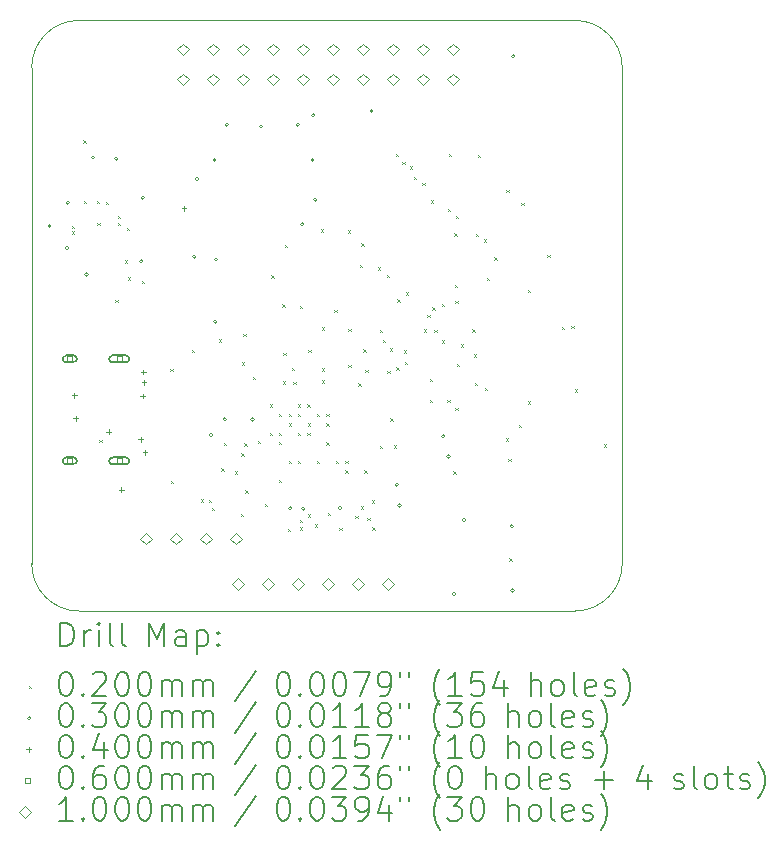
<source format=gbr>
%TF.GenerationSoftware,KiCad,Pcbnew,(7.0.0)*%
%TF.CreationDate,2023-04-01T17:32:58+03:00*%
%TF.ProjectId,base_board,62617365-5f62-46f6-9172-642e6b696361,rev?*%
%TF.SameCoordinates,Original*%
%TF.FileFunction,Drillmap*%
%TF.FilePolarity,Positive*%
%FSLAX45Y45*%
G04 Gerber Fmt 4.5, Leading zero omitted, Abs format (unit mm)*
G04 Created by KiCad (PCBNEW (7.0.0)) date 2023-04-01 17:32:58*
%MOMM*%
%LPD*%
G01*
G04 APERTURE LIST*
%ADD10C,0.100000*%
%ADD11C,0.200000*%
%ADD12C,0.020000*%
%ADD13C,0.030000*%
%ADD14C,0.040000*%
%ADD15C,0.060000*%
G04 APERTURE END LIST*
D10*
X10300000Y-11400000D02*
G75*
G03*
X10700000Y-11800000I400000J0D01*
G01*
X14900000Y-11800000D02*
G75*
G03*
X15300000Y-11400000I0J400000D01*
G01*
X10700000Y-6800000D02*
G75*
G03*
X10300000Y-7200000I0J-400000D01*
G01*
X15300000Y-7200000D02*
G75*
G03*
X14900000Y-6800000I-400000J0D01*
G01*
X10300000Y-11400000D02*
X10300000Y-7200000D01*
X10700000Y-6800000D02*
X14900000Y-6800000D01*
X14900000Y-11800000D02*
X10700000Y-11800000D01*
X15300000Y-7200000D02*
X15300000Y-11400000D01*
D11*
D12*
X10642500Y-8541000D02*
X10662500Y-8561000D01*
X10662500Y-8541000D02*
X10642500Y-8561000D01*
X10642500Y-8586000D02*
X10662500Y-8606000D01*
X10662500Y-8586000D02*
X10642500Y-8606000D01*
X10737000Y-7816000D02*
X10757000Y-7836000D01*
X10757000Y-7816000D02*
X10737000Y-7836000D01*
X10741500Y-8329000D02*
X10761500Y-8349000D01*
X10761500Y-8329000D02*
X10741500Y-8349000D01*
X10853500Y-8330000D02*
X10873500Y-8350000D01*
X10873500Y-8330000D02*
X10853500Y-8350000D01*
X10856500Y-8513000D02*
X10876500Y-8533000D01*
X10876500Y-8513000D02*
X10856500Y-8533000D01*
X10874000Y-10353000D02*
X10894000Y-10373000D01*
X10894000Y-10353000D02*
X10874000Y-10373000D01*
X10929000Y-8337000D02*
X10949000Y-8357000D01*
X10949000Y-8337000D02*
X10929000Y-8357000D01*
X11009000Y-9168000D02*
X11029000Y-9188000D01*
X11029000Y-9168000D02*
X11009000Y-9188000D01*
X11030000Y-8455000D02*
X11050000Y-8475000D01*
X11050000Y-8455000D02*
X11030000Y-8475000D01*
X11030000Y-8515000D02*
X11050000Y-8535000D01*
X11050000Y-8515000D02*
X11030000Y-8535000D01*
X11091000Y-8830000D02*
X11111000Y-8850000D01*
X11111000Y-8830000D02*
X11091000Y-8850000D01*
X11104000Y-8558000D02*
X11124000Y-8578000D01*
X11124000Y-8558000D02*
X11104000Y-8578000D01*
X11114000Y-8975000D02*
X11134000Y-8995000D01*
X11134000Y-8975000D02*
X11114000Y-8995000D01*
X11232000Y-9005000D02*
X11252000Y-9025000D01*
X11252000Y-9005000D02*
X11232000Y-9025000D01*
X11475000Y-9751000D02*
X11495000Y-9771000D01*
X11495000Y-9751000D02*
X11475000Y-9771000D01*
X11479000Y-10699000D02*
X11499000Y-10719000D01*
X11499000Y-10699000D02*
X11479000Y-10719000D01*
X11658000Y-9589000D02*
X11678000Y-9609000D01*
X11678000Y-9589000D02*
X11658000Y-9609000D01*
X11730000Y-10855000D02*
X11750000Y-10875000D01*
X11750000Y-10855000D02*
X11730000Y-10875000D01*
X11801000Y-10858000D02*
X11821000Y-10878000D01*
X11821000Y-10858000D02*
X11801000Y-10878000D01*
X11826000Y-10929000D02*
X11846000Y-10949000D01*
X11846000Y-10929000D02*
X11826000Y-10949000D01*
X11882000Y-9501000D02*
X11902000Y-9521000D01*
X11902000Y-9501000D02*
X11882000Y-9521000D01*
X11906000Y-10591000D02*
X11926000Y-10611000D01*
X11926000Y-10591000D02*
X11906000Y-10611000D01*
X11926000Y-10379000D02*
X11946000Y-10399000D01*
X11946000Y-10379000D02*
X11926000Y-10399000D01*
X12019000Y-10619000D02*
X12039000Y-10639000D01*
X12039000Y-10619000D02*
X12019000Y-10639000D01*
X12069000Y-10976000D02*
X12089000Y-10996000D01*
X12089000Y-10976000D02*
X12069000Y-10996000D01*
X12074000Y-10465000D02*
X12094000Y-10485000D01*
X12094000Y-10465000D02*
X12074000Y-10485000D01*
X12080000Y-9695000D02*
X12100000Y-9715000D01*
X12100000Y-9695000D02*
X12080000Y-9715000D01*
X12091000Y-9452000D02*
X12111000Y-9472000D01*
X12111000Y-9452000D02*
X12091000Y-9472000D01*
X12100000Y-10381000D02*
X12120000Y-10401000D01*
X12120000Y-10381000D02*
X12100000Y-10401000D01*
X12108000Y-10779000D02*
X12128000Y-10799000D01*
X12128000Y-10779000D02*
X12108000Y-10799000D01*
X12172000Y-9819000D02*
X12192000Y-9839000D01*
X12192000Y-9819000D02*
X12172000Y-9839000D01*
X12214000Y-10360000D02*
X12234000Y-10380000D01*
X12234000Y-10360000D02*
X12214000Y-10380000D01*
X12273000Y-10891000D02*
X12293000Y-10911000D01*
X12293000Y-10891000D02*
X12273000Y-10911000D01*
X12315000Y-10050000D02*
X12335000Y-10070000D01*
X12335000Y-10050000D02*
X12315000Y-10070000D01*
X12316000Y-10291000D02*
X12336000Y-10311000D01*
X12336000Y-10291000D02*
X12316000Y-10311000D01*
X12330000Y-8958000D02*
X12350000Y-8978000D01*
X12350000Y-8958000D02*
X12330000Y-8978000D01*
X12395000Y-10130000D02*
X12415000Y-10150000D01*
X12415000Y-10130000D02*
X12395000Y-10150000D01*
X12395000Y-10290000D02*
X12415000Y-10310000D01*
X12415000Y-10290000D02*
X12395000Y-10310000D01*
X12395000Y-10370000D02*
X12415000Y-10390000D01*
X12415000Y-10370000D02*
X12395000Y-10390000D01*
X12395000Y-10691000D02*
X12415000Y-10711000D01*
X12415000Y-10691000D02*
X12395000Y-10711000D01*
X12423000Y-9204000D02*
X12443000Y-9224000D01*
X12443000Y-9204000D02*
X12423000Y-9224000D01*
X12425000Y-9856000D02*
X12445000Y-9876000D01*
X12445000Y-9856000D02*
X12425000Y-9876000D01*
X12430000Y-9613000D02*
X12450000Y-9633000D01*
X12450000Y-9613000D02*
X12430000Y-9633000D01*
X12443000Y-8698000D02*
X12463000Y-8718000D01*
X12463000Y-8698000D02*
X12443000Y-8718000D01*
X12471050Y-11104192D02*
X12491050Y-11124192D01*
X12491050Y-11104192D02*
X12471050Y-11124192D01*
X12475000Y-10130000D02*
X12495000Y-10150000D01*
X12495000Y-10130000D02*
X12475000Y-10150000D01*
X12475000Y-10210000D02*
X12495000Y-10230000D01*
X12495000Y-10210000D02*
X12475000Y-10230000D01*
X12475000Y-10530000D02*
X12495000Y-10550000D01*
X12495000Y-10530000D02*
X12475000Y-10550000D01*
X12504000Y-9742000D02*
X12524000Y-9762000D01*
X12524000Y-9742000D02*
X12504000Y-9762000D01*
X12515000Y-9860000D02*
X12535000Y-9880000D01*
X12535000Y-9860000D02*
X12515000Y-9880000D01*
X12555000Y-10050000D02*
X12575000Y-10070000D01*
X12575000Y-10050000D02*
X12555000Y-10070000D01*
X12555000Y-10130000D02*
X12575000Y-10150000D01*
X12575000Y-10130000D02*
X12555000Y-10150000D01*
X12555000Y-10290000D02*
X12575000Y-10310000D01*
X12575000Y-10290000D02*
X12555000Y-10310000D01*
X12555000Y-10530000D02*
X12575000Y-10550000D01*
X12575000Y-10530000D02*
X12555000Y-10550000D01*
X12571000Y-9217000D02*
X12591000Y-9237000D01*
X12591000Y-9217000D02*
X12571000Y-9237000D01*
X12571000Y-11093000D02*
X12591000Y-11113000D01*
X12591000Y-11093000D02*
X12571000Y-11113000D01*
X12572000Y-11029274D02*
X12592000Y-11049274D01*
X12592000Y-11029274D02*
X12572000Y-11049274D01*
X12635000Y-10050000D02*
X12655000Y-10070000D01*
X12655000Y-10050000D02*
X12635000Y-10070000D01*
X12635000Y-10290000D02*
X12655000Y-10310000D01*
X12655000Y-10290000D02*
X12635000Y-10310000D01*
X12636000Y-10983000D02*
X12656000Y-11003000D01*
X12656000Y-10983000D02*
X12636000Y-11003000D01*
X12637000Y-10212000D02*
X12657000Y-10232000D01*
X12657000Y-10212000D02*
X12637000Y-10232000D01*
X12642000Y-9591000D02*
X12662000Y-9611000D01*
X12662000Y-9591000D02*
X12642000Y-9611000D01*
X12698000Y-11066000D02*
X12718000Y-11086000D01*
X12718000Y-11066000D02*
X12698000Y-11086000D01*
X12715000Y-10130000D02*
X12735000Y-10150000D01*
X12735000Y-10130000D02*
X12715000Y-10150000D01*
X12715000Y-10530000D02*
X12735000Y-10550000D01*
X12735000Y-10530000D02*
X12715000Y-10550000D01*
X12749000Y-8570000D02*
X12769000Y-8590000D01*
X12769000Y-8570000D02*
X12749000Y-8590000D01*
X12754000Y-9400000D02*
X12774000Y-9420000D01*
X12774000Y-9400000D02*
X12754000Y-9420000D01*
X12754000Y-9747000D02*
X12774000Y-9767000D01*
X12774000Y-9747000D02*
X12754000Y-9767000D01*
X12758000Y-9847000D02*
X12778000Y-9867000D01*
X12778000Y-9847000D02*
X12758000Y-9867000D01*
X12794000Y-10131000D02*
X12814000Y-10151000D01*
X12814000Y-10131000D02*
X12794000Y-10151000D01*
X12794000Y-10210000D02*
X12814000Y-10230000D01*
X12814000Y-10210000D02*
X12794000Y-10230000D01*
X12795000Y-10371000D02*
X12815000Y-10391000D01*
X12815000Y-10371000D02*
X12795000Y-10391000D01*
X12810000Y-10968000D02*
X12830000Y-10988000D01*
X12830000Y-10968000D02*
X12810000Y-10988000D01*
X12862000Y-9248000D02*
X12882000Y-9268000D01*
X12882000Y-9248000D02*
X12862000Y-9268000D01*
X12875000Y-10530000D02*
X12895000Y-10550000D01*
X12895000Y-10530000D02*
X12875000Y-10550000D01*
X12906000Y-11098000D02*
X12926000Y-11118000D01*
X12926000Y-11098000D02*
X12906000Y-11118000D01*
X12954000Y-10531000D02*
X12974000Y-10551000D01*
X12974000Y-10531000D02*
X12954000Y-10551000D01*
X12955000Y-10609000D02*
X12975000Y-10629000D01*
X12975000Y-10609000D02*
X12955000Y-10629000D01*
X12978000Y-8577000D02*
X12998000Y-8597000D01*
X12998000Y-8577000D02*
X12978000Y-8597000D01*
X12980000Y-9410000D02*
X13000000Y-9430000D01*
X13000000Y-9410000D02*
X12980000Y-9430000D01*
X12981000Y-9717000D02*
X13001000Y-9737000D01*
X13001000Y-9717000D02*
X12981000Y-9737000D01*
X13039000Y-10994000D02*
X13059000Y-11014000D01*
X13059000Y-10994000D02*
X13039000Y-11014000D01*
X13065000Y-9872000D02*
X13085000Y-9892000D01*
X13085000Y-9872000D02*
X13065000Y-9892000D01*
X13076000Y-8869000D02*
X13096000Y-8889000D01*
X13096000Y-8869000D02*
X13076000Y-8889000D01*
X13088000Y-10914000D02*
X13108000Y-10934000D01*
X13108000Y-10914000D02*
X13088000Y-10934000D01*
X13091000Y-8688000D02*
X13111000Y-8708000D01*
X13111000Y-8688000D02*
X13091000Y-8708000D01*
X13108000Y-9586000D02*
X13128000Y-9606000D01*
X13128000Y-9586000D02*
X13108000Y-9606000D01*
X13115000Y-10610000D02*
X13135000Y-10630000D01*
X13135000Y-10610000D02*
X13115000Y-10630000D01*
X13124000Y-9761000D02*
X13144000Y-9781000D01*
X13144000Y-9761000D02*
X13124000Y-9781000D01*
X13141000Y-11011000D02*
X13161000Y-11031000D01*
X13161000Y-11011000D02*
X13141000Y-11031000D01*
X13178000Y-10862000D02*
X13198000Y-10882000D01*
X13198000Y-10862000D02*
X13178000Y-10882000D01*
X13184000Y-11091000D02*
X13204000Y-11111000D01*
X13204000Y-11091000D02*
X13184000Y-11111000D01*
X13232000Y-8891000D02*
X13252000Y-8911000D01*
X13252000Y-8891000D02*
X13232000Y-8911000D01*
X13249000Y-9418000D02*
X13269000Y-9438000D01*
X13269000Y-9418000D02*
X13249000Y-9438000D01*
X13250000Y-10404000D02*
X13270000Y-10424000D01*
X13270000Y-10404000D02*
X13250000Y-10424000D01*
X13274000Y-9505000D02*
X13294000Y-9525000D01*
X13294000Y-9505000D02*
X13274000Y-9525000D01*
X13305000Y-8956000D02*
X13325000Y-8976000D01*
X13325000Y-8956000D02*
X13305000Y-8976000D01*
X13310000Y-9769000D02*
X13330000Y-9789000D01*
X13330000Y-9769000D02*
X13310000Y-9789000D01*
X13334000Y-9576000D02*
X13354000Y-9596000D01*
X13354000Y-9576000D02*
X13334000Y-9596000D01*
X13337729Y-10169258D02*
X13357729Y-10189258D01*
X13357729Y-10169258D02*
X13337729Y-10189258D01*
X13367000Y-10398000D02*
X13387000Y-10418000D01*
X13387000Y-10398000D02*
X13367000Y-10418000D01*
X13383000Y-7930000D02*
X13403000Y-7950000D01*
X13403000Y-7930000D02*
X13383000Y-7950000D01*
X13386000Y-9736000D02*
X13406000Y-9756000D01*
X13406000Y-9736000D02*
X13386000Y-9756000D01*
X13395000Y-9161000D02*
X13415000Y-9181000D01*
X13415000Y-9161000D02*
X13395000Y-9181000D01*
X13437000Y-7997000D02*
X13457000Y-8017000D01*
X13457000Y-7997000D02*
X13437000Y-8017000D01*
X13448506Y-9592506D02*
X13468506Y-9612506D01*
X13468506Y-9592506D02*
X13448506Y-9612506D01*
X13460000Y-9692000D02*
X13480000Y-9712000D01*
X13480000Y-9692000D02*
X13460000Y-9712000D01*
X13468348Y-9102495D02*
X13488348Y-9122495D01*
X13488348Y-9102495D02*
X13468348Y-9122495D01*
X13501000Y-8036000D02*
X13521000Y-8056000D01*
X13521000Y-8036000D02*
X13501000Y-8056000D01*
X13534000Y-8123000D02*
X13554000Y-8143000D01*
X13554000Y-8123000D02*
X13534000Y-8143000D01*
X13606000Y-8173000D02*
X13626000Y-8193000D01*
X13626000Y-8173000D02*
X13606000Y-8193000D01*
X13620000Y-9414000D02*
X13640000Y-9434000D01*
X13640000Y-9414000D02*
X13620000Y-9434000D01*
X13651000Y-9294000D02*
X13671000Y-9314000D01*
X13671000Y-9294000D02*
X13651000Y-9314000D01*
X13671000Y-10015000D02*
X13691000Y-10035000D01*
X13691000Y-10015000D02*
X13671000Y-10035000D01*
X13673000Y-9835000D02*
X13693000Y-9855000D01*
X13693000Y-9835000D02*
X13673000Y-9855000D01*
X13681000Y-8324000D02*
X13701000Y-8344000D01*
X13701000Y-8324000D02*
X13681000Y-8344000D01*
X13693000Y-9228000D02*
X13713000Y-9248000D01*
X13713000Y-9228000D02*
X13693000Y-9248000D01*
X13710000Y-9421000D02*
X13730000Y-9441000D01*
X13730000Y-9421000D02*
X13710000Y-9441000D01*
X13770506Y-9509506D02*
X13790506Y-9529506D01*
X13790506Y-9509506D02*
X13770506Y-9529506D01*
X13775000Y-9197000D02*
X13795000Y-9217000D01*
X13795000Y-9197000D02*
X13775000Y-9217000D01*
X13819000Y-10013000D02*
X13839000Y-10033000D01*
X13839000Y-10013000D02*
X13819000Y-10033000D01*
X13822000Y-8393000D02*
X13842000Y-8413000D01*
X13842000Y-8393000D02*
X13822000Y-8413000D01*
X13831000Y-7929000D02*
X13851000Y-7949000D01*
X13851000Y-7929000D02*
X13831000Y-7949000D01*
X13871000Y-10617000D02*
X13891000Y-10637000D01*
X13891000Y-10617000D02*
X13871000Y-10637000D01*
X13877000Y-8603000D02*
X13897000Y-8623000D01*
X13897000Y-8603000D02*
X13877000Y-8623000D01*
X13885000Y-9039000D02*
X13905000Y-9059000D01*
X13905000Y-9039000D02*
X13885000Y-9059000D01*
X13886000Y-10078000D02*
X13906000Y-10098000D01*
X13906000Y-10078000D02*
X13886000Y-10098000D01*
X13887000Y-9172000D02*
X13907000Y-9192000D01*
X13907000Y-9172000D02*
X13887000Y-9192000D01*
X13891000Y-8453000D02*
X13911000Y-8473000D01*
X13911000Y-8453000D02*
X13891000Y-8473000D01*
X13902000Y-9709000D02*
X13922000Y-9729000D01*
X13922000Y-9709000D02*
X13902000Y-9729000D01*
X13936000Y-9543000D02*
X13956000Y-9563000D01*
X13956000Y-9543000D02*
X13936000Y-9563000D01*
X14031000Y-9415000D02*
X14051000Y-9435000D01*
X14051000Y-9415000D02*
X14031000Y-9435000D01*
X14042000Y-9626000D02*
X14062000Y-9646000D01*
X14062000Y-9626000D02*
X14042000Y-9646000D01*
X14054000Y-9870000D02*
X14074000Y-9890000D01*
X14074000Y-9870000D02*
X14054000Y-9890000D01*
X14061000Y-8608000D02*
X14081000Y-8628000D01*
X14081000Y-8608000D02*
X14061000Y-8628000D01*
X14077000Y-7937000D02*
X14097000Y-7957000D01*
X14097000Y-7937000D02*
X14077000Y-7957000D01*
X14129000Y-8652000D02*
X14149000Y-8672000D01*
X14149000Y-8652000D02*
X14129000Y-8672000D01*
X14134000Y-9909000D02*
X14154000Y-9929000D01*
X14154000Y-9909000D02*
X14134000Y-9929000D01*
X14151000Y-8982000D02*
X14171000Y-9002000D01*
X14171000Y-8982000D02*
X14151000Y-9002000D01*
X14218000Y-8806000D02*
X14238000Y-8826000D01*
X14238000Y-8806000D02*
X14218000Y-8826000D01*
X14312000Y-10339000D02*
X14332000Y-10359000D01*
X14332000Y-10339000D02*
X14312000Y-10359000D01*
X14320000Y-8233000D02*
X14340000Y-8253000D01*
X14340000Y-8233000D02*
X14320000Y-8253000D01*
X14336000Y-10512000D02*
X14356000Y-10532000D01*
X14356000Y-10512000D02*
X14336000Y-10532000D01*
X14342500Y-11354500D02*
X14362500Y-11374500D01*
X14362500Y-11354500D02*
X14342500Y-11374500D01*
X14426000Y-10226000D02*
X14446000Y-10246000D01*
X14446000Y-10226000D02*
X14426000Y-10246000D01*
X14445000Y-8346000D02*
X14465000Y-8366000D01*
X14465000Y-8346000D02*
X14445000Y-8366000D01*
X14501000Y-10026000D02*
X14521000Y-10046000D01*
X14521000Y-10026000D02*
X14501000Y-10046000D01*
X14503000Y-9082000D02*
X14523000Y-9102000D01*
X14523000Y-9082000D02*
X14503000Y-9102000D01*
X14665000Y-8787000D02*
X14685000Y-8807000D01*
X14685000Y-8787000D02*
X14665000Y-8807000D01*
X14786000Y-9396000D02*
X14806000Y-9416000D01*
X14806000Y-9396000D02*
X14786000Y-9416000D01*
X14870000Y-9387000D02*
X14890000Y-9407000D01*
X14890000Y-9387000D02*
X14870000Y-9407000D01*
X14897000Y-9922000D02*
X14917000Y-9942000D01*
X14917000Y-9922000D02*
X14897000Y-9942000D01*
X15146000Y-10390000D02*
X15166000Y-10410000D01*
X15166000Y-10390000D02*
X15146000Y-10410000D01*
D13*
X10466500Y-8542000D02*
G75*
G03*
X10466500Y-8542000I-15000J0D01*
G01*
X10612500Y-8727000D02*
G75*
G03*
X10612500Y-8727000I-15000J0D01*
G01*
X10619500Y-8344000D02*
G75*
G03*
X10619500Y-8344000I-15000J0D01*
G01*
X10780000Y-8950000D02*
G75*
G03*
X10780000Y-8950000I-15000J0D01*
G01*
X10833500Y-7961000D02*
G75*
G03*
X10833500Y-7961000I-15000J0D01*
G01*
X11030500Y-7971500D02*
G75*
G03*
X11030500Y-7971500I-15000J0D01*
G01*
X11243000Y-8840500D02*
G75*
G03*
X11243000Y-8840500I-15000J0D01*
G01*
X11255000Y-8302500D02*
G75*
G03*
X11255000Y-8302500I-15000J0D01*
G01*
X11690750Y-8800600D02*
G75*
G03*
X11690750Y-8800600I-15000J0D01*
G01*
X11715500Y-8142450D02*
G75*
G03*
X11715500Y-8142450I-15000J0D01*
G01*
X11832000Y-10310000D02*
G75*
G03*
X11832000Y-10310000I-15000J0D01*
G01*
X11863500Y-7981450D02*
G75*
G03*
X11863500Y-7981450I-15000J0D01*
G01*
X11869250Y-9350525D02*
G75*
G03*
X11869250Y-9350525I-15000J0D01*
G01*
X11875750Y-8825125D02*
G75*
G03*
X11875750Y-8825125I-15000J0D01*
G01*
X11948000Y-10177000D02*
G75*
G03*
X11948000Y-10177000I-15000J0D01*
G01*
X11967000Y-7683450D02*
G75*
G03*
X11967000Y-7683450I-15000J0D01*
G01*
X12185000Y-10180000D02*
G75*
G03*
X12185000Y-10180000I-15000J0D01*
G01*
X12257500Y-7698450D02*
G75*
G03*
X12257500Y-7698450I-15000J0D01*
G01*
X12505000Y-10930000D02*
G75*
G03*
X12505000Y-10930000I-15000J0D01*
G01*
X12567000Y-7683450D02*
G75*
G03*
X12567000Y-7683450I-15000J0D01*
G01*
X12606500Y-8526450D02*
G75*
G03*
X12606500Y-8526450I-15000J0D01*
G01*
X12614741Y-10936486D02*
G75*
G03*
X12614741Y-10936486I-15000J0D01*
G01*
X12691500Y-7982450D02*
G75*
G03*
X12691500Y-7982450I-15000J0D01*
G01*
X12700000Y-7603000D02*
G75*
G03*
X12700000Y-7603000I-15000J0D01*
G01*
X12716000Y-8318450D02*
G75*
G03*
X12716000Y-8318450I-15000J0D01*
G01*
X12925000Y-10930000D02*
G75*
G03*
X12925000Y-10930000I-15000J0D01*
G01*
X13192000Y-7567000D02*
G75*
G03*
X13192000Y-7567000I-15000J0D01*
G01*
X13406886Y-10731678D02*
G75*
G03*
X13406886Y-10731678I-15000J0D01*
G01*
X13428500Y-10908000D02*
G75*
G03*
X13428500Y-10908000I-15000J0D01*
G01*
X13800000Y-10322000D02*
G75*
G03*
X13800000Y-10322000I-15000J0D01*
G01*
X13846000Y-10492000D02*
G75*
G03*
X13846000Y-10492000I-15000J0D01*
G01*
X13890000Y-11657000D02*
G75*
G03*
X13890000Y-11657000I-15000J0D01*
G01*
X13975500Y-11028500D02*
G75*
G03*
X13975500Y-11028500I-15000J0D01*
G01*
X14380500Y-11082500D02*
G75*
G03*
X14380500Y-11082500I-15000J0D01*
G01*
X14385000Y-11627000D02*
G75*
G03*
X14385000Y-11627000I-15000J0D01*
G01*
X14392000Y-7105000D02*
G75*
G03*
X14392000Y-7105000I-15000J0D01*
G01*
D14*
X10660000Y-9953000D02*
X10660000Y-9993000D01*
X10640000Y-9973000D02*
X10680000Y-9973000D01*
X10674000Y-10149000D02*
X10674000Y-10189000D01*
X10654000Y-10169000D02*
X10694000Y-10169000D01*
X10953000Y-10263000D02*
X10953000Y-10303000D01*
X10933000Y-10283000D02*
X10973000Y-10283000D01*
X11060000Y-10753000D02*
X11060000Y-10793000D01*
X11040000Y-10773000D02*
X11080000Y-10773000D01*
X11223000Y-10327000D02*
X11223000Y-10367000D01*
X11203000Y-10347000D02*
X11243000Y-10347000D01*
X11239000Y-9961000D02*
X11239000Y-10001000D01*
X11219000Y-9981000D02*
X11259000Y-9981000D01*
X11245000Y-9758000D02*
X11245000Y-9798000D01*
X11225000Y-9778000D02*
X11265000Y-9778000D01*
X11250000Y-9845000D02*
X11250000Y-9885000D01*
X11230000Y-9865000D02*
X11270000Y-9865000D01*
X11259000Y-10437000D02*
X11259000Y-10477000D01*
X11239000Y-10457000D02*
X11279000Y-10457000D01*
X11589000Y-8370125D02*
X11589000Y-8410125D01*
X11569000Y-8390125D02*
X11609000Y-8390125D01*
D15*
X10644713Y-9687213D02*
X10644713Y-9644787D01*
X10602287Y-9644787D01*
X10602287Y-9687213D01*
X10644713Y-9687213D01*
D11*
X10653500Y-9636000D02*
X10593500Y-9636000D01*
X10593500Y-9636000D02*
G75*
G03*
X10593500Y-9696000I0J-30000D01*
G01*
X10593500Y-9696000D02*
X10653500Y-9696000D01*
X10653500Y-9696000D02*
G75*
G03*
X10653500Y-9636000I0J30000D01*
G01*
D15*
X10644713Y-10551213D02*
X10644713Y-10508787D01*
X10602287Y-10508787D01*
X10602287Y-10551213D01*
X10644713Y-10551213D01*
D11*
X10653500Y-10500000D02*
X10593500Y-10500000D01*
X10593500Y-10500000D02*
G75*
G03*
X10593500Y-10560000I0J-30000D01*
G01*
X10593500Y-10560000D02*
X10653500Y-10560000D01*
X10653500Y-10560000D02*
G75*
G03*
X10653500Y-10500000I0J30000D01*
G01*
D15*
X11062713Y-9687213D02*
X11062713Y-9644787D01*
X11020287Y-9644787D01*
X11020287Y-9687213D01*
X11062713Y-9687213D01*
D11*
X11096500Y-9636000D02*
X10986500Y-9636000D01*
X10986500Y-9636000D02*
G75*
G03*
X10986500Y-9696000I0J-30000D01*
G01*
X10986500Y-9696000D02*
X11096500Y-9696000D01*
X11096500Y-9696000D02*
G75*
G03*
X11096500Y-9636000I0J30000D01*
G01*
D15*
X11062713Y-10551213D02*
X11062713Y-10508787D01*
X11020287Y-10508787D01*
X11020287Y-10551213D01*
X11062713Y-10551213D01*
D11*
X11096500Y-10500000D02*
X10986500Y-10500000D01*
X10986500Y-10500000D02*
G75*
G03*
X10986500Y-10560000I0J-30000D01*
G01*
X10986500Y-10560000D02*
X11096500Y-10560000D01*
X11096500Y-10560000D02*
G75*
G03*
X11096500Y-10500000I0J30000D01*
G01*
D10*
X11266000Y-11237000D02*
X11316000Y-11187000D01*
X11266000Y-11137000D01*
X11216000Y-11187000D01*
X11266000Y-11237000D01*
X11520000Y-11237000D02*
X11570000Y-11187000D01*
X11520000Y-11137000D01*
X11470000Y-11187000D01*
X11520000Y-11237000D01*
X11584000Y-7096000D02*
X11634000Y-7046000D01*
X11584000Y-6996000D01*
X11534000Y-7046000D01*
X11584000Y-7096000D01*
X11584000Y-7350000D02*
X11634000Y-7300000D01*
X11584000Y-7250000D01*
X11534000Y-7300000D01*
X11584000Y-7350000D01*
X11774000Y-11237000D02*
X11824000Y-11187000D01*
X11774000Y-11137000D01*
X11724000Y-11187000D01*
X11774000Y-11237000D01*
X11838000Y-7096000D02*
X11888000Y-7046000D01*
X11838000Y-6996000D01*
X11788000Y-7046000D01*
X11838000Y-7096000D01*
X11838000Y-7350000D02*
X11888000Y-7300000D01*
X11838000Y-7250000D01*
X11788000Y-7300000D01*
X11838000Y-7350000D01*
X12028000Y-11237000D02*
X12078000Y-11187000D01*
X12028000Y-11137000D01*
X11978000Y-11187000D01*
X12028000Y-11237000D01*
X12047000Y-11625000D02*
X12097000Y-11575000D01*
X12047000Y-11525000D01*
X11997000Y-11575000D01*
X12047000Y-11625000D01*
X12092000Y-7096000D02*
X12142000Y-7046000D01*
X12092000Y-6996000D01*
X12042000Y-7046000D01*
X12092000Y-7096000D01*
X12092000Y-7350000D02*
X12142000Y-7300000D01*
X12092000Y-7250000D01*
X12042000Y-7300000D01*
X12092000Y-7350000D01*
X12301000Y-11625000D02*
X12351000Y-11575000D01*
X12301000Y-11525000D01*
X12251000Y-11575000D01*
X12301000Y-11625000D01*
X12346000Y-7096000D02*
X12396000Y-7046000D01*
X12346000Y-6996000D01*
X12296000Y-7046000D01*
X12346000Y-7096000D01*
X12346000Y-7350000D02*
X12396000Y-7300000D01*
X12346000Y-7250000D01*
X12296000Y-7300000D01*
X12346000Y-7350000D01*
X12555000Y-11625000D02*
X12605000Y-11575000D01*
X12555000Y-11525000D01*
X12505000Y-11575000D01*
X12555000Y-11625000D01*
X12600000Y-7096000D02*
X12650000Y-7046000D01*
X12600000Y-6996000D01*
X12550000Y-7046000D01*
X12600000Y-7096000D01*
X12600000Y-7350000D02*
X12650000Y-7300000D01*
X12600000Y-7250000D01*
X12550000Y-7300000D01*
X12600000Y-7350000D01*
X12809000Y-11625000D02*
X12859000Y-11575000D01*
X12809000Y-11525000D01*
X12759000Y-11575000D01*
X12809000Y-11625000D01*
X12854000Y-7096000D02*
X12904000Y-7046000D01*
X12854000Y-6996000D01*
X12804000Y-7046000D01*
X12854000Y-7096000D01*
X12854000Y-7350000D02*
X12904000Y-7300000D01*
X12854000Y-7250000D01*
X12804000Y-7300000D01*
X12854000Y-7350000D01*
X13063000Y-11625000D02*
X13113000Y-11575000D01*
X13063000Y-11525000D01*
X13013000Y-11575000D01*
X13063000Y-11625000D01*
X13108000Y-7096000D02*
X13158000Y-7046000D01*
X13108000Y-6996000D01*
X13058000Y-7046000D01*
X13108000Y-7096000D01*
X13108000Y-7350000D02*
X13158000Y-7300000D01*
X13108000Y-7250000D01*
X13058000Y-7300000D01*
X13108000Y-7350000D01*
X13317000Y-11625000D02*
X13367000Y-11575000D01*
X13317000Y-11525000D01*
X13267000Y-11575000D01*
X13317000Y-11625000D01*
X13362000Y-7096000D02*
X13412000Y-7046000D01*
X13362000Y-6996000D01*
X13312000Y-7046000D01*
X13362000Y-7096000D01*
X13362000Y-7350000D02*
X13412000Y-7300000D01*
X13362000Y-7250000D01*
X13312000Y-7300000D01*
X13362000Y-7350000D01*
X13616000Y-7096000D02*
X13666000Y-7046000D01*
X13616000Y-6996000D01*
X13566000Y-7046000D01*
X13616000Y-7096000D01*
X13616000Y-7350000D02*
X13666000Y-7300000D01*
X13616000Y-7250000D01*
X13566000Y-7300000D01*
X13616000Y-7350000D01*
X13870000Y-7096000D02*
X13920000Y-7046000D01*
X13870000Y-6996000D01*
X13820000Y-7046000D01*
X13870000Y-7096000D01*
X13870000Y-7350000D02*
X13920000Y-7300000D01*
X13870000Y-7250000D01*
X13820000Y-7300000D01*
X13870000Y-7350000D01*
D11*
X10542619Y-12098476D02*
X10542619Y-11898476D01*
X10542619Y-11898476D02*
X10590238Y-11898476D01*
X10590238Y-11898476D02*
X10618810Y-11908000D01*
X10618810Y-11908000D02*
X10637857Y-11927048D01*
X10637857Y-11927048D02*
X10647381Y-11946095D01*
X10647381Y-11946095D02*
X10656905Y-11984190D01*
X10656905Y-11984190D02*
X10656905Y-12012762D01*
X10656905Y-12012762D02*
X10647381Y-12050857D01*
X10647381Y-12050857D02*
X10637857Y-12069905D01*
X10637857Y-12069905D02*
X10618810Y-12088952D01*
X10618810Y-12088952D02*
X10590238Y-12098476D01*
X10590238Y-12098476D02*
X10542619Y-12098476D01*
X10742619Y-12098476D02*
X10742619Y-11965143D01*
X10742619Y-12003238D02*
X10752143Y-11984190D01*
X10752143Y-11984190D02*
X10761667Y-11974667D01*
X10761667Y-11974667D02*
X10780714Y-11965143D01*
X10780714Y-11965143D02*
X10799762Y-11965143D01*
X10866429Y-12098476D02*
X10866429Y-11965143D01*
X10866429Y-11898476D02*
X10856905Y-11908000D01*
X10856905Y-11908000D02*
X10866429Y-11917524D01*
X10866429Y-11917524D02*
X10875952Y-11908000D01*
X10875952Y-11908000D02*
X10866429Y-11898476D01*
X10866429Y-11898476D02*
X10866429Y-11917524D01*
X10990238Y-12098476D02*
X10971190Y-12088952D01*
X10971190Y-12088952D02*
X10961667Y-12069905D01*
X10961667Y-12069905D02*
X10961667Y-11898476D01*
X11095000Y-12098476D02*
X11075952Y-12088952D01*
X11075952Y-12088952D02*
X11066429Y-12069905D01*
X11066429Y-12069905D02*
X11066429Y-11898476D01*
X11291190Y-12098476D02*
X11291190Y-11898476D01*
X11291190Y-11898476D02*
X11357857Y-12041333D01*
X11357857Y-12041333D02*
X11424524Y-11898476D01*
X11424524Y-11898476D02*
X11424524Y-12098476D01*
X11605476Y-12098476D02*
X11605476Y-11993714D01*
X11605476Y-11993714D02*
X11595952Y-11974667D01*
X11595952Y-11974667D02*
X11576905Y-11965143D01*
X11576905Y-11965143D02*
X11538809Y-11965143D01*
X11538809Y-11965143D02*
X11519762Y-11974667D01*
X11605476Y-12088952D02*
X11586428Y-12098476D01*
X11586428Y-12098476D02*
X11538809Y-12098476D01*
X11538809Y-12098476D02*
X11519762Y-12088952D01*
X11519762Y-12088952D02*
X11510238Y-12069905D01*
X11510238Y-12069905D02*
X11510238Y-12050857D01*
X11510238Y-12050857D02*
X11519762Y-12031809D01*
X11519762Y-12031809D02*
X11538809Y-12022286D01*
X11538809Y-12022286D02*
X11586428Y-12022286D01*
X11586428Y-12022286D02*
X11605476Y-12012762D01*
X11700714Y-11965143D02*
X11700714Y-12165143D01*
X11700714Y-11974667D02*
X11719762Y-11965143D01*
X11719762Y-11965143D02*
X11757857Y-11965143D01*
X11757857Y-11965143D02*
X11776905Y-11974667D01*
X11776905Y-11974667D02*
X11786428Y-11984190D01*
X11786428Y-11984190D02*
X11795952Y-12003238D01*
X11795952Y-12003238D02*
X11795952Y-12060381D01*
X11795952Y-12060381D02*
X11786428Y-12079428D01*
X11786428Y-12079428D02*
X11776905Y-12088952D01*
X11776905Y-12088952D02*
X11757857Y-12098476D01*
X11757857Y-12098476D02*
X11719762Y-12098476D01*
X11719762Y-12098476D02*
X11700714Y-12088952D01*
X11881667Y-12079428D02*
X11891190Y-12088952D01*
X11891190Y-12088952D02*
X11881667Y-12098476D01*
X11881667Y-12098476D02*
X11872143Y-12088952D01*
X11872143Y-12088952D02*
X11881667Y-12079428D01*
X11881667Y-12079428D02*
X11881667Y-12098476D01*
X11881667Y-11974667D02*
X11891190Y-11984190D01*
X11891190Y-11984190D02*
X11881667Y-11993714D01*
X11881667Y-11993714D02*
X11872143Y-11984190D01*
X11872143Y-11984190D02*
X11881667Y-11974667D01*
X11881667Y-11974667D02*
X11881667Y-11993714D01*
D12*
X10275000Y-12435000D02*
X10295000Y-12455000D01*
X10295000Y-12435000D02*
X10275000Y-12455000D01*
D11*
X10580714Y-12318476D02*
X10599762Y-12318476D01*
X10599762Y-12318476D02*
X10618810Y-12328000D01*
X10618810Y-12328000D02*
X10628333Y-12337524D01*
X10628333Y-12337524D02*
X10637857Y-12356571D01*
X10637857Y-12356571D02*
X10647381Y-12394667D01*
X10647381Y-12394667D02*
X10647381Y-12442286D01*
X10647381Y-12442286D02*
X10637857Y-12480381D01*
X10637857Y-12480381D02*
X10628333Y-12499428D01*
X10628333Y-12499428D02*
X10618810Y-12508952D01*
X10618810Y-12508952D02*
X10599762Y-12518476D01*
X10599762Y-12518476D02*
X10580714Y-12518476D01*
X10580714Y-12518476D02*
X10561667Y-12508952D01*
X10561667Y-12508952D02*
X10552143Y-12499428D01*
X10552143Y-12499428D02*
X10542619Y-12480381D01*
X10542619Y-12480381D02*
X10533095Y-12442286D01*
X10533095Y-12442286D02*
X10533095Y-12394667D01*
X10533095Y-12394667D02*
X10542619Y-12356571D01*
X10542619Y-12356571D02*
X10552143Y-12337524D01*
X10552143Y-12337524D02*
X10561667Y-12328000D01*
X10561667Y-12328000D02*
X10580714Y-12318476D01*
X10733095Y-12499428D02*
X10742619Y-12508952D01*
X10742619Y-12508952D02*
X10733095Y-12518476D01*
X10733095Y-12518476D02*
X10723571Y-12508952D01*
X10723571Y-12508952D02*
X10733095Y-12499428D01*
X10733095Y-12499428D02*
X10733095Y-12518476D01*
X10818810Y-12337524D02*
X10828333Y-12328000D01*
X10828333Y-12328000D02*
X10847381Y-12318476D01*
X10847381Y-12318476D02*
X10895000Y-12318476D01*
X10895000Y-12318476D02*
X10914048Y-12328000D01*
X10914048Y-12328000D02*
X10923571Y-12337524D01*
X10923571Y-12337524D02*
X10933095Y-12356571D01*
X10933095Y-12356571D02*
X10933095Y-12375619D01*
X10933095Y-12375619D02*
X10923571Y-12404190D01*
X10923571Y-12404190D02*
X10809286Y-12518476D01*
X10809286Y-12518476D02*
X10933095Y-12518476D01*
X11056905Y-12318476D02*
X11075952Y-12318476D01*
X11075952Y-12318476D02*
X11095000Y-12328000D01*
X11095000Y-12328000D02*
X11104524Y-12337524D01*
X11104524Y-12337524D02*
X11114048Y-12356571D01*
X11114048Y-12356571D02*
X11123571Y-12394667D01*
X11123571Y-12394667D02*
X11123571Y-12442286D01*
X11123571Y-12442286D02*
X11114048Y-12480381D01*
X11114048Y-12480381D02*
X11104524Y-12499428D01*
X11104524Y-12499428D02*
X11095000Y-12508952D01*
X11095000Y-12508952D02*
X11075952Y-12518476D01*
X11075952Y-12518476D02*
X11056905Y-12518476D01*
X11056905Y-12518476D02*
X11037857Y-12508952D01*
X11037857Y-12508952D02*
X11028333Y-12499428D01*
X11028333Y-12499428D02*
X11018810Y-12480381D01*
X11018810Y-12480381D02*
X11009286Y-12442286D01*
X11009286Y-12442286D02*
X11009286Y-12394667D01*
X11009286Y-12394667D02*
X11018810Y-12356571D01*
X11018810Y-12356571D02*
X11028333Y-12337524D01*
X11028333Y-12337524D02*
X11037857Y-12328000D01*
X11037857Y-12328000D02*
X11056905Y-12318476D01*
X11247381Y-12318476D02*
X11266429Y-12318476D01*
X11266429Y-12318476D02*
X11285476Y-12328000D01*
X11285476Y-12328000D02*
X11295000Y-12337524D01*
X11295000Y-12337524D02*
X11304524Y-12356571D01*
X11304524Y-12356571D02*
X11314048Y-12394667D01*
X11314048Y-12394667D02*
X11314048Y-12442286D01*
X11314048Y-12442286D02*
X11304524Y-12480381D01*
X11304524Y-12480381D02*
X11295000Y-12499428D01*
X11295000Y-12499428D02*
X11285476Y-12508952D01*
X11285476Y-12508952D02*
X11266429Y-12518476D01*
X11266429Y-12518476D02*
X11247381Y-12518476D01*
X11247381Y-12518476D02*
X11228333Y-12508952D01*
X11228333Y-12508952D02*
X11218809Y-12499428D01*
X11218809Y-12499428D02*
X11209286Y-12480381D01*
X11209286Y-12480381D02*
X11199762Y-12442286D01*
X11199762Y-12442286D02*
X11199762Y-12394667D01*
X11199762Y-12394667D02*
X11209286Y-12356571D01*
X11209286Y-12356571D02*
X11218809Y-12337524D01*
X11218809Y-12337524D02*
X11228333Y-12328000D01*
X11228333Y-12328000D02*
X11247381Y-12318476D01*
X11399762Y-12518476D02*
X11399762Y-12385143D01*
X11399762Y-12404190D02*
X11409286Y-12394667D01*
X11409286Y-12394667D02*
X11428333Y-12385143D01*
X11428333Y-12385143D02*
X11456905Y-12385143D01*
X11456905Y-12385143D02*
X11475952Y-12394667D01*
X11475952Y-12394667D02*
X11485476Y-12413714D01*
X11485476Y-12413714D02*
X11485476Y-12518476D01*
X11485476Y-12413714D02*
X11495000Y-12394667D01*
X11495000Y-12394667D02*
X11514048Y-12385143D01*
X11514048Y-12385143D02*
X11542619Y-12385143D01*
X11542619Y-12385143D02*
X11561667Y-12394667D01*
X11561667Y-12394667D02*
X11571190Y-12413714D01*
X11571190Y-12413714D02*
X11571190Y-12518476D01*
X11666429Y-12518476D02*
X11666429Y-12385143D01*
X11666429Y-12404190D02*
X11675952Y-12394667D01*
X11675952Y-12394667D02*
X11695000Y-12385143D01*
X11695000Y-12385143D02*
X11723571Y-12385143D01*
X11723571Y-12385143D02*
X11742619Y-12394667D01*
X11742619Y-12394667D02*
X11752143Y-12413714D01*
X11752143Y-12413714D02*
X11752143Y-12518476D01*
X11752143Y-12413714D02*
X11761667Y-12394667D01*
X11761667Y-12394667D02*
X11780714Y-12385143D01*
X11780714Y-12385143D02*
X11809286Y-12385143D01*
X11809286Y-12385143D02*
X11828333Y-12394667D01*
X11828333Y-12394667D02*
X11837857Y-12413714D01*
X11837857Y-12413714D02*
X11837857Y-12518476D01*
X12195952Y-12308952D02*
X12024524Y-12566095D01*
X12420714Y-12318476D02*
X12439762Y-12318476D01*
X12439762Y-12318476D02*
X12458810Y-12328000D01*
X12458810Y-12328000D02*
X12468333Y-12337524D01*
X12468333Y-12337524D02*
X12477857Y-12356571D01*
X12477857Y-12356571D02*
X12487381Y-12394667D01*
X12487381Y-12394667D02*
X12487381Y-12442286D01*
X12487381Y-12442286D02*
X12477857Y-12480381D01*
X12477857Y-12480381D02*
X12468333Y-12499428D01*
X12468333Y-12499428D02*
X12458810Y-12508952D01*
X12458810Y-12508952D02*
X12439762Y-12518476D01*
X12439762Y-12518476D02*
X12420714Y-12518476D01*
X12420714Y-12518476D02*
X12401667Y-12508952D01*
X12401667Y-12508952D02*
X12392143Y-12499428D01*
X12392143Y-12499428D02*
X12382619Y-12480381D01*
X12382619Y-12480381D02*
X12373095Y-12442286D01*
X12373095Y-12442286D02*
X12373095Y-12394667D01*
X12373095Y-12394667D02*
X12382619Y-12356571D01*
X12382619Y-12356571D02*
X12392143Y-12337524D01*
X12392143Y-12337524D02*
X12401667Y-12328000D01*
X12401667Y-12328000D02*
X12420714Y-12318476D01*
X12573095Y-12499428D02*
X12582619Y-12508952D01*
X12582619Y-12508952D02*
X12573095Y-12518476D01*
X12573095Y-12518476D02*
X12563571Y-12508952D01*
X12563571Y-12508952D02*
X12573095Y-12499428D01*
X12573095Y-12499428D02*
X12573095Y-12518476D01*
X12706429Y-12318476D02*
X12725476Y-12318476D01*
X12725476Y-12318476D02*
X12744524Y-12328000D01*
X12744524Y-12328000D02*
X12754048Y-12337524D01*
X12754048Y-12337524D02*
X12763571Y-12356571D01*
X12763571Y-12356571D02*
X12773095Y-12394667D01*
X12773095Y-12394667D02*
X12773095Y-12442286D01*
X12773095Y-12442286D02*
X12763571Y-12480381D01*
X12763571Y-12480381D02*
X12754048Y-12499428D01*
X12754048Y-12499428D02*
X12744524Y-12508952D01*
X12744524Y-12508952D02*
X12725476Y-12518476D01*
X12725476Y-12518476D02*
X12706429Y-12518476D01*
X12706429Y-12518476D02*
X12687381Y-12508952D01*
X12687381Y-12508952D02*
X12677857Y-12499428D01*
X12677857Y-12499428D02*
X12668333Y-12480381D01*
X12668333Y-12480381D02*
X12658810Y-12442286D01*
X12658810Y-12442286D02*
X12658810Y-12394667D01*
X12658810Y-12394667D02*
X12668333Y-12356571D01*
X12668333Y-12356571D02*
X12677857Y-12337524D01*
X12677857Y-12337524D02*
X12687381Y-12328000D01*
X12687381Y-12328000D02*
X12706429Y-12318476D01*
X12896905Y-12318476D02*
X12915952Y-12318476D01*
X12915952Y-12318476D02*
X12935000Y-12328000D01*
X12935000Y-12328000D02*
X12944524Y-12337524D01*
X12944524Y-12337524D02*
X12954048Y-12356571D01*
X12954048Y-12356571D02*
X12963571Y-12394667D01*
X12963571Y-12394667D02*
X12963571Y-12442286D01*
X12963571Y-12442286D02*
X12954048Y-12480381D01*
X12954048Y-12480381D02*
X12944524Y-12499428D01*
X12944524Y-12499428D02*
X12935000Y-12508952D01*
X12935000Y-12508952D02*
X12915952Y-12518476D01*
X12915952Y-12518476D02*
X12896905Y-12518476D01*
X12896905Y-12518476D02*
X12877857Y-12508952D01*
X12877857Y-12508952D02*
X12868333Y-12499428D01*
X12868333Y-12499428D02*
X12858810Y-12480381D01*
X12858810Y-12480381D02*
X12849286Y-12442286D01*
X12849286Y-12442286D02*
X12849286Y-12394667D01*
X12849286Y-12394667D02*
X12858810Y-12356571D01*
X12858810Y-12356571D02*
X12868333Y-12337524D01*
X12868333Y-12337524D02*
X12877857Y-12328000D01*
X12877857Y-12328000D02*
X12896905Y-12318476D01*
X13030238Y-12318476D02*
X13163571Y-12318476D01*
X13163571Y-12318476D02*
X13077857Y-12518476D01*
X13249286Y-12518476D02*
X13287381Y-12518476D01*
X13287381Y-12518476D02*
X13306429Y-12508952D01*
X13306429Y-12508952D02*
X13315952Y-12499428D01*
X13315952Y-12499428D02*
X13335000Y-12470857D01*
X13335000Y-12470857D02*
X13344524Y-12432762D01*
X13344524Y-12432762D02*
X13344524Y-12356571D01*
X13344524Y-12356571D02*
X13335000Y-12337524D01*
X13335000Y-12337524D02*
X13325476Y-12328000D01*
X13325476Y-12328000D02*
X13306429Y-12318476D01*
X13306429Y-12318476D02*
X13268333Y-12318476D01*
X13268333Y-12318476D02*
X13249286Y-12328000D01*
X13249286Y-12328000D02*
X13239762Y-12337524D01*
X13239762Y-12337524D02*
X13230238Y-12356571D01*
X13230238Y-12356571D02*
X13230238Y-12404190D01*
X13230238Y-12404190D02*
X13239762Y-12423238D01*
X13239762Y-12423238D02*
X13249286Y-12432762D01*
X13249286Y-12432762D02*
X13268333Y-12442286D01*
X13268333Y-12442286D02*
X13306429Y-12442286D01*
X13306429Y-12442286D02*
X13325476Y-12432762D01*
X13325476Y-12432762D02*
X13335000Y-12423238D01*
X13335000Y-12423238D02*
X13344524Y-12404190D01*
X13420714Y-12318476D02*
X13420714Y-12356571D01*
X13496905Y-12318476D02*
X13496905Y-12356571D01*
X13759762Y-12594667D02*
X13750238Y-12585143D01*
X13750238Y-12585143D02*
X13731191Y-12556571D01*
X13731191Y-12556571D02*
X13721667Y-12537524D01*
X13721667Y-12537524D02*
X13712143Y-12508952D01*
X13712143Y-12508952D02*
X13702619Y-12461333D01*
X13702619Y-12461333D02*
X13702619Y-12423238D01*
X13702619Y-12423238D02*
X13712143Y-12375619D01*
X13712143Y-12375619D02*
X13721667Y-12347048D01*
X13721667Y-12347048D02*
X13731191Y-12328000D01*
X13731191Y-12328000D02*
X13750238Y-12299428D01*
X13750238Y-12299428D02*
X13759762Y-12289905D01*
X13940714Y-12518476D02*
X13826429Y-12518476D01*
X13883571Y-12518476D02*
X13883571Y-12318476D01*
X13883571Y-12318476D02*
X13864524Y-12347048D01*
X13864524Y-12347048D02*
X13845476Y-12366095D01*
X13845476Y-12366095D02*
X13826429Y-12375619D01*
X14121667Y-12318476D02*
X14026429Y-12318476D01*
X14026429Y-12318476D02*
X14016905Y-12413714D01*
X14016905Y-12413714D02*
X14026429Y-12404190D01*
X14026429Y-12404190D02*
X14045476Y-12394667D01*
X14045476Y-12394667D02*
X14093095Y-12394667D01*
X14093095Y-12394667D02*
X14112143Y-12404190D01*
X14112143Y-12404190D02*
X14121667Y-12413714D01*
X14121667Y-12413714D02*
X14131191Y-12432762D01*
X14131191Y-12432762D02*
X14131191Y-12480381D01*
X14131191Y-12480381D02*
X14121667Y-12499428D01*
X14121667Y-12499428D02*
X14112143Y-12508952D01*
X14112143Y-12508952D02*
X14093095Y-12518476D01*
X14093095Y-12518476D02*
X14045476Y-12518476D01*
X14045476Y-12518476D02*
X14026429Y-12508952D01*
X14026429Y-12508952D02*
X14016905Y-12499428D01*
X14302619Y-12385143D02*
X14302619Y-12518476D01*
X14255000Y-12308952D02*
X14207381Y-12451809D01*
X14207381Y-12451809D02*
X14331191Y-12451809D01*
X14527381Y-12518476D02*
X14527381Y-12318476D01*
X14613095Y-12518476D02*
X14613095Y-12413714D01*
X14613095Y-12413714D02*
X14603572Y-12394667D01*
X14603572Y-12394667D02*
X14584524Y-12385143D01*
X14584524Y-12385143D02*
X14555952Y-12385143D01*
X14555952Y-12385143D02*
X14536905Y-12394667D01*
X14536905Y-12394667D02*
X14527381Y-12404190D01*
X14736905Y-12518476D02*
X14717857Y-12508952D01*
X14717857Y-12508952D02*
X14708333Y-12499428D01*
X14708333Y-12499428D02*
X14698810Y-12480381D01*
X14698810Y-12480381D02*
X14698810Y-12423238D01*
X14698810Y-12423238D02*
X14708333Y-12404190D01*
X14708333Y-12404190D02*
X14717857Y-12394667D01*
X14717857Y-12394667D02*
X14736905Y-12385143D01*
X14736905Y-12385143D02*
X14765476Y-12385143D01*
X14765476Y-12385143D02*
X14784524Y-12394667D01*
X14784524Y-12394667D02*
X14794048Y-12404190D01*
X14794048Y-12404190D02*
X14803572Y-12423238D01*
X14803572Y-12423238D02*
X14803572Y-12480381D01*
X14803572Y-12480381D02*
X14794048Y-12499428D01*
X14794048Y-12499428D02*
X14784524Y-12508952D01*
X14784524Y-12508952D02*
X14765476Y-12518476D01*
X14765476Y-12518476D02*
X14736905Y-12518476D01*
X14917857Y-12518476D02*
X14898810Y-12508952D01*
X14898810Y-12508952D02*
X14889286Y-12489905D01*
X14889286Y-12489905D02*
X14889286Y-12318476D01*
X15070238Y-12508952D02*
X15051191Y-12518476D01*
X15051191Y-12518476D02*
X15013095Y-12518476D01*
X15013095Y-12518476D02*
X14994048Y-12508952D01*
X14994048Y-12508952D02*
X14984524Y-12489905D01*
X14984524Y-12489905D02*
X14984524Y-12413714D01*
X14984524Y-12413714D02*
X14994048Y-12394667D01*
X14994048Y-12394667D02*
X15013095Y-12385143D01*
X15013095Y-12385143D02*
X15051191Y-12385143D01*
X15051191Y-12385143D02*
X15070238Y-12394667D01*
X15070238Y-12394667D02*
X15079762Y-12413714D01*
X15079762Y-12413714D02*
X15079762Y-12432762D01*
X15079762Y-12432762D02*
X14984524Y-12451809D01*
X15155953Y-12508952D02*
X15175000Y-12518476D01*
X15175000Y-12518476D02*
X15213095Y-12518476D01*
X15213095Y-12518476D02*
X15232143Y-12508952D01*
X15232143Y-12508952D02*
X15241667Y-12489905D01*
X15241667Y-12489905D02*
X15241667Y-12480381D01*
X15241667Y-12480381D02*
X15232143Y-12461333D01*
X15232143Y-12461333D02*
X15213095Y-12451809D01*
X15213095Y-12451809D02*
X15184524Y-12451809D01*
X15184524Y-12451809D02*
X15165476Y-12442286D01*
X15165476Y-12442286D02*
X15155953Y-12423238D01*
X15155953Y-12423238D02*
X15155953Y-12413714D01*
X15155953Y-12413714D02*
X15165476Y-12394667D01*
X15165476Y-12394667D02*
X15184524Y-12385143D01*
X15184524Y-12385143D02*
X15213095Y-12385143D01*
X15213095Y-12385143D02*
X15232143Y-12394667D01*
X15308334Y-12594667D02*
X15317857Y-12585143D01*
X15317857Y-12585143D02*
X15336905Y-12556571D01*
X15336905Y-12556571D02*
X15346429Y-12537524D01*
X15346429Y-12537524D02*
X15355953Y-12508952D01*
X15355953Y-12508952D02*
X15365476Y-12461333D01*
X15365476Y-12461333D02*
X15365476Y-12423238D01*
X15365476Y-12423238D02*
X15355953Y-12375619D01*
X15355953Y-12375619D02*
X15346429Y-12347048D01*
X15346429Y-12347048D02*
X15336905Y-12328000D01*
X15336905Y-12328000D02*
X15317857Y-12299428D01*
X15317857Y-12299428D02*
X15308334Y-12289905D01*
D13*
X10295000Y-12709000D02*
G75*
G03*
X10295000Y-12709000I-15000J0D01*
G01*
D11*
X10580714Y-12582476D02*
X10599762Y-12582476D01*
X10599762Y-12582476D02*
X10618810Y-12592000D01*
X10618810Y-12592000D02*
X10628333Y-12601524D01*
X10628333Y-12601524D02*
X10637857Y-12620571D01*
X10637857Y-12620571D02*
X10647381Y-12658667D01*
X10647381Y-12658667D02*
X10647381Y-12706286D01*
X10647381Y-12706286D02*
X10637857Y-12744381D01*
X10637857Y-12744381D02*
X10628333Y-12763428D01*
X10628333Y-12763428D02*
X10618810Y-12772952D01*
X10618810Y-12772952D02*
X10599762Y-12782476D01*
X10599762Y-12782476D02*
X10580714Y-12782476D01*
X10580714Y-12782476D02*
X10561667Y-12772952D01*
X10561667Y-12772952D02*
X10552143Y-12763428D01*
X10552143Y-12763428D02*
X10542619Y-12744381D01*
X10542619Y-12744381D02*
X10533095Y-12706286D01*
X10533095Y-12706286D02*
X10533095Y-12658667D01*
X10533095Y-12658667D02*
X10542619Y-12620571D01*
X10542619Y-12620571D02*
X10552143Y-12601524D01*
X10552143Y-12601524D02*
X10561667Y-12592000D01*
X10561667Y-12592000D02*
X10580714Y-12582476D01*
X10733095Y-12763428D02*
X10742619Y-12772952D01*
X10742619Y-12772952D02*
X10733095Y-12782476D01*
X10733095Y-12782476D02*
X10723571Y-12772952D01*
X10723571Y-12772952D02*
X10733095Y-12763428D01*
X10733095Y-12763428D02*
X10733095Y-12782476D01*
X10809286Y-12582476D02*
X10933095Y-12582476D01*
X10933095Y-12582476D02*
X10866429Y-12658667D01*
X10866429Y-12658667D02*
X10895000Y-12658667D01*
X10895000Y-12658667D02*
X10914048Y-12668190D01*
X10914048Y-12668190D02*
X10923571Y-12677714D01*
X10923571Y-12677714D02*
X10933095Y-12696762D01*
X10933095Y-12696762D02*
X10933095Y-12744381D01*
X10933095Y-12744381D02*
X10923571Y-12763428D01*
X10923571Y-12763428D02*
X10914048Y-12772952D01*
X10914048Y-12772952D02*
X10895000Y-12782476D01*
X10895000Y-12782476D02*
X10837857Y-12782476D01*
X10837857Y-12782476D02*
X10818810Y-12772952D01*
X10818810Y-12772952D02*
X10809286Y-12763428D01*
X11056905Y-12582476D02*
X11075952Y-12582476D01*
X11075952Y-12582476D02*
X11095000Y-12592000D01*
X11095000Y-12592000D02*
X11104524Y-12601524D01*
X11104524Y-12601524D02*
X11114048Y-12620571D01*
X11114048Y-12620571D02*
X11123571Y-12658667D01*
X11123571Y-12658667D02*
X11123571Y-12706286D01*
X11123571Y-12706286D02*
X11114048Y-12744381D01*
X11114048Y-12744381D02*
X11104524Y-12763428D01*
X11104524Y-12763428D02*
X11095000Y-12772952D01*
X11095000Y-12772952D02*
X11075952Y-12782476D01*
X11075952Y-12782476D02*
X11056905Y-12782476D01*
X11056905Y-12782476D02*
X11037857Y-12772952D01*
X11037857Y-12772952D02*
X11028333Y-12763428D01*
X11028333Y-12763428D02*
X11018810Y-12744381D01*
X11018810Y-12744381D02*
X11009286Y-12706286D01*
X11009286Y-12706286D02*
X11009286Y-12658667D01*
X11009286Y-12658667D02*
X11018810Y-12620571D01*
X11018810Y-12620571D02*
X11028333Y-12601524D01*
X11028333Y-12601524D02*
X11037857Y-12592000D01*
X11037857Y-12592000D02*
X11056905Y-12582476D01*
X11247381Y-12582476D02*
X11266429Y-12582476D01*
X11266429Y-12582476D02*
X11285476Y-12592000D01*
X11285476Y-12592000D02*
X11295000Y-12601524D01*
X11295000Y-12601524D02*
X11304524Y-12620571D01*
X11304524Y-12620571D02*
X11314048Y-12658667D01*
X11314048Y-12658667D02*
X11314048Y-12706286D01*
X11314048Y-12706286D02*
X11304524Y-12744381D01*
X11304524Y-12744381D02*
X11295000Y-12763428D01*
X11295000Y-12763428D02*
X11285476Y-12772952D01*
X11285476Y-12772952D02*
X11266429Y-12782476D01*
X11266429Y-12782476D02*
X11247381Y-12782476D01*
X11247381Y-12782476D02*
X11228333Y-12772952D01*
X11228333Y-12772952D02*
X11218809Y-12763428D01*
X11218809Y-12763428D02*
X11209286Y-12744381D01*
X11209286Y-12744381D02*
X11199762Y-12706286D01*
X11199762Y-12706286D02*
X11199762Y-12658667D01*
X11199762Y-12658667D02*
X11209286Y-12620571D01*
X11209286Y-12620571D02*
X11218809Y-12601524D01*
X11218809Y-12601524D02*
X11228333Y-12592000D01*
X11228333Y-12592000D02*
X11247381Y-12582476D01*
X11399762Y-12782476D02*
X11399762Y-12649143D01*
X11399762Y-12668190D02*
X11409286Y-12658667D01*
X11409286Y-12658667D02*
X11428333Y-12649143D01*
X11428333Y-12649143D02*
X11456905Y-12649143D01*
X11456905Y-12649143D02*
X11475952Y-12658667D01*
X11475952Y-12658667D02*
X11485476Y-12677714D01*
X11485476Y-12677714D02*
X11485476Y-12782476D01*
X11485476Y-12677714D02*
X11495000Y-12658667D01*
X11495000Y-12658667D02*
X11514048Y-12649143D01*
X11514048Y-12649143D02*
X11542619Y-12649143D01*
X11542619Y-12649143D02*
X11561667Y-12658667D01*
X11561667Y-12658667D02*
X11571190Y-12677714D01*
X11571190Y-12677714D02*
X11571190Y-12782476D01*
X11666429Y-12782476D02*
X11666429Y-12649143D01*
X11666429Y-12668190D02*
X11675952Y-12658667D01*
X11675952Y-12658667D02*
X11695000Y-12649143D01*
X11695000Y-12649143D02*
X11723571Y-12649143D01*
X11723571Y-12649143D02*
X11742619Y-12658667D01*
X11742619Y-12658667D02*
X11752143Y-12677714D01*
X11752143Y-12677714D02*
X11752143Y-12782476D01*
X11752143Y-12677714D02*
X11761667Y-12658667D01*
X11761667Y-12658667D02*
X11780714Y-12649143D01*
X11780714Y-12649143D02*
X11809286Y-12649143D01*
X11809286Y-12649143D02*
X11828333Y-12658667D01*
X11828333Y-12658667D02*
X11837857Y-12677714D01*
X11837857Y-12677714D02*
X11837857Y-12782476D01*
X12195952Y-12572952D02*
X12024524Y-12830095D01*
X12420714Y-12582476D02*
X12439762Y-12582476D01*
X12439762Y-12582476D02*
X12458810Y-12592000D01*
X12458810Y-12592000D02*
X12468333Y-12601524D01*
X12468333Y-12601524D02*
X12477857Y-12620571D01*
X12477857Y-12620571D02*
X12487381Y-12658667D01*
X12487381Y-12658667D02*
X12487381Y-12706286D01*
X12487381Y-12706286D02*
X12477857Y-12744381D01*
X12477857Y-12744381D02*
X12468333Y-12763428D01*
X12468333Y-12763428D02*
X12458810Y-12772952D01*
X12458810Y-12772952D02*
X12439762Y-12782476D01*
X12439762Y-12782476D02*
X12420714Y-12782476D01*
X12420714Y-12782476D02*
X12401667Y-12772952D01*
X12401667Y-12772952D02*
X12392143Y-12763428D01*
X12392143Y-12763428D02*
X12382619Y-12744381D01*
X12382619Y-12744381D02*
X12373095Y-12706286D01*
X12373095Y-12706286D02*
X12373095Y-12658667D01*
X12373095Y-12658667D02*
X12382619Y-12620571D01*
X12382619Y-12620571D02*
X12392143Y-12601524D01*
X12392143Y-12601524D02*
X12401667Y-12592000D01*
X12401667Y-12592000D02*
X12420714Y-12582476D01*
X12573095Y-12763428D02*
X12582619Y-12772952D01*
X12582619Y-12772952D02*
X12573095Y-12782476D01*
X12573095Y-12782476D02*
X12563571Y-12772952D01*
X12563571Y-12772952D02*
X12573095Y-12763428D01*
X12573095Y-12763428D02*
X12573095Y-12782476D01*
X12706429Y-12582476D02*
X12725476Y-12582476D01*
X12725476Y-12582476D02*
X12744524Y-12592000D01*
X12744524Y-12592000D02*
X12754048Y-12601524D01*
X12754048Y-12601524D02*
X12763571Y-12620571D01*
X12763571Y-12620571D02*
X12773095Y-12658667D01*
X12773095Y-12658667D02*
X12773095Y-12706286D01*
X12773095Y-12706286D02*
X12763571Y-12744381D01*
X12763571Y-12744381D02*
X12754048Y-12763428D01*
X12754048Y-12763428D02*
X12744524Y-12772952D01*
X12744524Y-12772952D02*
X12725476Y-12782476D01*
X12725476Y-12782476D02*
X12706429Y-12782476D01*
X12706429Y-12782476D02*
X12687381Y-12772952D01*
X12687381Y-12772952D02*
X12677857Y-12763428D01*
X12677857Y-12763428D02*
X12668333Y-12744381D01*
X12668333Y-12744381D02*
X12658810Y-12706286D01*
X12658810Y-12706286D02*
X12658810Y-12658667D01*
X12658810Y-12658667D02*
X12668333Y-12620571D01*
X12668333Y-12620571D02*
X12677857Y-12601524D01*
X12677857Y-12601524D02*
X12687381Y-12592000D01*
X12687381Y-12592000D02*
X12706429Y-12582476D01*
X12963571Y-12782476D02*
X12849286Y-12782476D01*
X12906429Y-12782476D02*
X12906429Y-12582476D01*
X12906429Y-12582476D02*
X12887381Y-12611048D01*
X12887381Y-12611048D02*
X12868333Y-12630095D01*
X12868333Y-12630095D02*
X12849286Y-12639619D01*
X13154048Y-12782476D02*
X13039762Y-12782476D01*
X13096905Y-12782476D02*
X13096905Y-12582476D01*
X13096905Y-12582476D02*
X13077857Y-12611048D01*
X13077857Y-12611048D02*
X13058810Y-12630095D01*
X13058810Y-12630095D02*
X13039762Y-12639619D01*
X13268333Y-12668190D02*
X13249286Y-12658667D01*
X13249286Y-12658667D02*
X13239762Y-12649143D01*
X13239762Y-12649143D02*
X13230238Y-12630095D01*
X13230238Y-12630095D02*
X13230238Y-12620571D01*
X13230238Y-12620571D02*
X13239762Y-12601524D01*
X13239762Y-12601524D02*
X13249286Y-12592000D01*
X13249286Y-12592000D02*
X13268333Y-12582476D01*
X13268333Y-12582476D02*
X13306429Y-12582476D01*
X13306429Y-12582476D02*
X13325476Y-12592000D01*
X13325476Y-12592000D02*
X13335000Y-12601524D01*
X13335000Y-12601524D02*
X13344524Y-12620571D01*
X13344524Y-12620571D02*
X13344524Y-12630095D01*
X13344524Y-12630095D02*
X13335000Y-12649143D01*
X13335000Y-12649143D02*
X13325476Y-12658667D01*
X13325476Y-12658667D02*
X13306429Y-12668190D01*
X13306429Y-12668190D02*
X13268333Y-12668190D01*
X13268333Y-12668190D02*
X13249286Y-12677714D01*
X13249286Y-12677714D02*
X13239762Y-12687238D01*
X13239762Y-12687238D02*
X13230238Y-12706286D01*
X13230238Y-12706286D02*
X13230238Y-12744381D01*
X13230238Y-12744381D02*
X13239762Y-12763428D01*
X13239762Y-12763428D02*
X13249286Y-12772952D01*
X13249286Y-12772952D02*
X13268333Y-12782476D01*
X13268333Y-12782476D02*
X13306429Y-12782476D01*
X13306429Y-12782476D02*
X13325476Y-12772952D01*
X13325476Y-12772952D02*
X13335000Y-12763428D01*
X13335000Y-12763428D02*
X13344524Y-12744381D01*
X13344524Y-12744381D02*
X13344524Y-12706286D01*
X13344524Y-12706286D02*
X13335000Y-12687238D01*
X13335000Y-12687238D02*
X13325476Y-12677714D01*
X13325476Y-12677714D02*
X13306429Y-12668190D01*
X13420714Y-12582476D02*
X13420714Y-12620571D01*
X13496905Y-12582476D02*
X13496905Y-12620571D01*
X13759762Y-12858667D02*
X13750238Y-12849143D01*
X13750238Y-12849143D02*
X13731191Y-12820571D01*
X13731191Y-12820571D02*
X13721667Y-12801524D01*
X13721667Y-12801524D02*
X13712143Y-12772952D01*
X13712143Y-12772952D02*
X13702619Y-12725333D01*
X13702619Y-12725333D02*
X13702619Y-12687238D01*
X13702619Y-12687238D02*
X13712143Y-12639619D01*
X13712143Y-12639619D02*
X13721667Y-12611048D01*
X13721667Y-12611048D02*
X13731191Y-12592000D01*
X13731191Y-12592000D02*
X13750238Y-12563428D01*
X13750238Y-12563428D02*
X13759762Y-12553905D01*
X13816905Y-12582476D02*
X13940714Y-12582476D01*
X13940714Y-12582476D02*
X13874048Y-12658667D01*
X13874048Y-12658667D02*
X13902619Y-12658667D01*
X13902619Y-12658667D02*
X13921667Y-12668190D01*
X13921667Y-12668190D02*
X13931191Y-12677714D01*
X13931191Y-12677714D02*
X13940714Y-12696762D01*
X13940714Y-12696762D02*
X13940714Y-12744381D01*
X13940714Y-12744381D02*
X13931191Y-12763428D01*
X13931191Y-12763428D02*
X13921667Y-12772952D01*
X13921667Y-12772952D02*
X13902619Y-12782476D01*
X13902619Y-12782476D02*
X13845476Y-12782476D01*
X13845476Y-12782476D02*
X13826429Y-12772952D01*
X13826429Y-12772952D02*
X13816905Y-12763428D01*
X14112143Y-12582476D02*
X14074048Y-12582476D01*
X14074048Y-12582476D02*
X14055000Y-12592000D01*
X14055000Y-12592000D02*
X14045476Y-12601524D01*
X14045476Y-12601524D02*
X14026429Y-12630095D01*
X14026429Y-12630095D02*
X14016905Y-12668190D01*
X14016905Y-12668190D02*
X14016905Y-12744381D01*
X14016905Y-12744381D02*
X14026429Y-12763428D01*
X14026429Y-12763428D02*
X14035952Y-12772952D01*
X14035952Y-12772952D02*
X14055000Y-12782476D01*
X14055000Y-12782476D02*
X14093095Y-12782476D01*
X14093095Y-12782476D02*
X14112143Y-12772952D01*
X14112143Y-12772952D02*
X14121667Y-12763428D01*
X14121667Y-12763428D02*
X14131191Y-12744381D01*
X14131191Y-12744381D02*
X14131191Y-12696762D01*
X14131191Y-12696762D02*
X14121667Y-12677714D01*
X14121667Y-12677714D02*
X14112143Y-12668190D01*
X14112143Y-12668190D02*
X14093095Y-12658667D01*
X14093095Y-12658667D02*
X14055000Y-12658667D01*
X14055000Y-12658667D02*
X14035952Y-12668190D01*
X14035952Y-12668190D02*
X14026429Y-12677714D01*
X14026429Y-12677714D02*
X14016905Y-12696762D01*
X14336905Y-12782476D02*
X14336905Y-12582476D01*
X14422619Y-12782476D02*
X14422619Y-12677714D01*
X14422619Y-12677714D02*
X14413095Y-12658667D01*
X14413095Y-12658667D02*
X14394048Y-12649143D01*
X14394048Y-12649143D02*
X14365476Y-12649143D01*
X14365476Y-12649143D02*
X14346429Y-12658667D01*
X14346429Y-12658667D02*
X14336905Y-12668190D01*
X14546429Y-12782476D02*
X14527381Y-12772952D01*
X14527381Y-12772952D02*
X14517857Y-12763428D01*
X14517857Y-12763428D02*
X14508333Y-12744381D01*
X14508333Y-12744381D02*
X14508333Y-12687238D01*
X14508333Y-12687238D02*
X14517857Y-12668190D01*
X14517857Y-12668190D02*
X14527381Y-12658667D01*
X14527381Y-12658667D02*
X14546429Y-12649143D01*
X14546429Y-12649143D02*
X14575000Y-12649143D01*
X14575000Y-12649143D02*
X14594048Y-12658667D01*
X14594048Y-12658667D02*
X14603572Y-12668190D01*
X14603572Y-12668190D02*
X14613095Y-12687238D01*
X14613095Y-12687238D02*
X14613095Y-12744381D01*
X14613095Y-12744381D02*
X14603572Y-12763428D01*
X14603572Y-12763428D02*
X14594048Y-12772952D01*
X14594048Y-12772952D02*
X14575000Y-12782476D01*
X14575000Y-12782476D02*
X14546429Y-12782476D01*
X14727381Y-12782476D02*
X14708333Y-12772952D01*
X14708333Y-12772952D02*
X14698810Y-12753905D01*
X14698810Y-12753905D02*
X14698810Y-12582476D01*
X14879762Y-12772952D02*
X14860714Y-12782476D01*
X14860714Y-12782476D02*
X14822619Y-12782476D01*
X14822619Y-12782476D02*
X14803572Y-12772952D01*
X14803572Y-12772952D02*
X14794048Y-12753905D01*
X14794048Y-12753905D02*
X14794048Y-12677714D01*
X14794048Y-12677714D02*
X14803572Y-12658667D01*
X14803572Y-12658667D02*
X14822619Y-12649143D01*
X14822619Y-12649143D02*
X14860714Y-12649143D01*
X14860714Y-12649143D02*
X14879762Y-12658667D01*
X14879762Y-12658667D02*
X14889286Y-12677714D01*
X14889286Y-12677714D02*
X14889286Y-12696762D01*
X14889286Y-12696762D02*
X14794048Y-12715809D01*
X14965476Y-12772952D02*
X14984524Y-12782476D01*
X14984524Y-12782476D02*
X15022619Y-12782476D01*
X15022619Y-12782476D02*
X15041667Y-12772952D01*
X15041667Y-12772952D02*
X15051191Y-12753905D01*
X15051191Y-12753905D02*
X15051191Y-12744381D01*
X15051191Y-12744381D02*
X15041667Y-12725333D01*
X15041667Y-12725333D02*
X15022619Y-12715809D01*
X15022619Y-12715809D02*
X14994048Y-12715809D01*
X14994048Y-12715809D02*
X14975000Y-12706286D01*
X14975000Y-12706286D02*
X14965476Y-12687238D01*
X14965476Y-12687238D02*
X14965476Y-12677714D01*
X14965476Y-12677714D02*
X14975000Y-12658667D01*
X14975000Y-12658667D02*
X14994048Y-12649143D01*
X14994048Y-12649143D02*
X15022619Y-12649143D01*
X15022619Y-12649143D02*
X15041667Y-12658667D01*
X15117857Y-12858667D02*
X15127381Y-12849143D01*
X15127381Y-12849143D02*
X15146429Y-12820571D01*
X15146429Y-12820571D02*
X15155953Y-12801524D01*
X15155953Y-12801524D02*
X15165476Y-12772952D01*
X15165476Y-12772952D02*
X15175000Y-12725333D01*
X15175000Y-12725333D02*
X15175000Y-12687238D01*
X15175000Y-12687238D02*
X15165476Y-12639619D01*
X15165476Y-12639619D02*
X15155953Y-12611048D01*
X15155953Y-12611048D02*
X15146429Y-12592000D01*
X15146429Y-12592000D02*
X15127381Y-12563428D01*
X15127381Y-12563428D02*
X15117857Y-12553905D01*
D14*
X10275000Y-12953000D02*
X10275000Y-12993000D01*
X10255000Y-12973000D02*
X10295000Y-12973000D01*
D11*
X10580714Y-12846476D02*
X10599762Y-12846476D01*
X10599762Y-12846476D02*
X10618810Y-12856000D01*
X10618810Y-12856000D02*
X10628333Y-12865524D01*
X10628333Y-12865524D02*
X10637857Y-12884571D01*
X10637857Y-12884571D02*
X10647381Y-12922667D01*
X10647381Y-12922667D02*
X10647381Y-12970286D01*
X10647381Y-12970286D02*
X10637857Y-13008381D01*
X10637857Y-13008381D02*
X10628333Y-13027428D01*
X10628333Y-13027428D02*
X10618810Y-13036952D01*
X10618810Y-13036952D02*
X10599762Y-13046476D01*
X10599762Y-13046476D02*
X10580714Y-13046476D01*
X10580714Y-13046476D02*
X10561667Y-13036952D01*
X10561667Y-13036952D02*
X10552143Y-13027428D01*
X10552143Y-13027428D02*
X10542619Y-13008381D01*
X10542619Y-13008381D02*
X10533095Y-12970286D01*
X10533095Y-12970286D02*
X10533095Y-12922667D01*
X10533095Y-12922667D02*
X10542619Y-12884571D01*
X10542619Y-12884571D02*
X10552143Y-12865524D01*
X10552143Y-12865524D02*
X10561667Y-12856000D01*
X10561667Y-12856000D02*
X10580714Y-12846476D01*
X10733095Y-13027428D02*
X10742619Y-13036952D01*
X10742619Y-13036952D02*
X10733095Y-13046476D01*
X10733095Y-13046476D02*
X10723571Y-13036952D01*
X10723571Y-13036952D02*
X10733095Y-13027428D01*
X10733095Y-13027428D02*
X10733095Y-13046476D01*
X10914048Y-12913143D02*
X10914048Y-13046476D01*
X10866429Y-12836952D02*
X10818810Y-12979809D01*
X10818810Y-12979809D02*
X10942619Y-12979809D01*
X11056905Y-12846476D02*
X11075952Y-12846476D01*
X11075952Y-12846476D02*
X11095000Y-12856000D01*
X11095000Y-12856000D02*
X11104524Y-12865524D01*
X11104524Y-12865524D02*
X11114048Y-12884571D01*
X11114048Y-12884571D02*
X11123571Y-12922667D01*
X11123571Y-12922667D02*
X11123571Y-12970286D01*
X11123571Y-12970286D02*
X11114048Y-13008381D01*
X11114048Y-13008381D02*
X11104524Y-13027428D01*
X11104524Y-13027428D02*
X11095000Y-13036952D01*
X11095000Y-13036952D02*
X11075952Y-13046476D01*
X11075952Y-13046476D02*
X11056905Y-13046476D01*
X11056905Y-13046476D02*
X11037857Y-13036952D01*
X11037857Y-13036952D02*
X11028333Y-13027428D01*
X11028333Y-13027428D02*
X11018810Y-13008381D01*
X11018810Y-13008381D02*
X11009286Y-12970286D01*
X11009286Y-12970286D02*
X11009286Y-12922667D01*
X11009286Y-12922667D02*
X11018810Y-12884571D01*
X11018810Y-12884571D02*
X11028333Y-12865524D01*
X11028333Y-12865524D02*
X11037857Y-12856000D01*
X11037857Y-12856000D02*
X11056905Y-12846476D01*
X11247381Y-12846476D02*
X11266429Y-12846476D01*
X11266429Y-12846476D02*
X11285476Y-12856000D01*
X11285476Y-12856000D02*
X11295000Y-12865524D01*
X11295000Y-12865524D02*
X11304524Y-12884571D01*
X11304524Y-12884571D02*
X11314048Y-12922667D01*
X11314048Y-12922667D02*
X11314048Y-12970286D01*
X11314048Y-12970286D02*
X11304524Y-13008381D01*
X11304524Y-13008381D02*
X11295000Y-13027428D01*
X11295000Y-13027428D02*
X11285476Y-13036952D01*
X11285476Y-13036952D02*
X11266429Y-13046476D01*
X11266429Y-13046476D02*
X11247381Y-13046476D01*
X11247381Y-13046476D02*
X11228333Y-13036952D01*
X11228333Y-13036952D02*
X11218809Y-13027428D01*
X11218809Y-13027428D02*
X11209286Y-13008381D01*
X11209286Y-13008381D02*
X11199762Y-12970286D01*
X11199762Y-12970286D02*
X11199762Y-12922667D01*
X11199762Y-12922667D02*
X11209286Y-12884571D01*
X11209286Y-12884571D02*
X11218809Y-12865524D01*
X11218809Y-12865524D02*
X11228333Y-12856000D01*
X11228333Y-12856000D02*
X11247381Y-12846476D01*
X11399762Y-13046476D02*
X11399762Y-12913143D01*
X11399762Y-12932190D02*
X11409286Y-12922667D01*
X11409286Y-12922667D02*
X11428333Y-12913143D01*
X11428333Y-12913143D02*
X11456905Y-12913143D01*
X11456905Y-12913143D02*
X11475952Y-12922667D01*
X11475952Y-12922667D02*
X11485476Y-12941714D01*
X11485476Y-12941714D02*
X11485476Y-13046476D01*
X11485476Y-12941714D02*
X11495000Y-12922667D01*
X11495000Y-12922667D02*
X11514048Y-12913143D01*
X11514048Y-12913143D02*
X11542619Y-12913143D01*
X11542619Y-12913143D02*
X11561667Y-12922667D01*
X11561667Y-12922667D02*
X11571190Y-12941714D01*
X11571190Y-12941714D02*
X11571190Y-13046476D01*
X11666429Y-13046476D02*
X11666429Y-12913143D01*
X11666429Y-12932190D02*
X11675952Y-12922667D01*
X11675952Y-12922667D02*
X11695000Y-12913143D01*
X11695000Y-12913143D02*
X11723571Y-12913143D01*
X11723571Y-12913143D02*
X11742619Y-12922667D01*
X11742619Y-12922667D02*
X11752143Y-12941714D01*
X11752143Y-12941714D02*
X11752143Y-13046476D01*
X11752143Y-12941714D02*
X11761667Y-12922667D01*
X11761667Y-12922667D02*
X11780714Y-12913143D01*
X11780714Y-12913143D02*
X11809286Y-12913143D01*
X11809286Y-12913143D02*
X11828333Y-12922667D01*
X11828333Y-12922667D02*
X11837857Y-12941714D01*
X11837857Y-12941714D02*
X11837857Y-13046476D01*
X12195952Y-12836952D02*
X12024524Y-13094095D01*
X12420714Y-12846476D02*
X12439762Y-12846476D01*
X12439762Y-12846476D02*
X12458810Y-12856000D01*
X12458810Y-12856000D02*
X12468333Y-12865524D01*
X12468333Y-12865524D02*
X12477857Y-12884571D01*
X12477857Y-12884571D02*
X12487381Y-12922667D01*
X12487381Y-12922667D02*
X12487381Y-12970286D01*
X12487381Y-12970286D02*
X12477857Y-13008381D01*
X12477857Y-13008381D02*
X12468333Y-13027428D01*
X12468333Y-13027428D02*
X12458810Y-13036952D01*
X12458810Y-13036952D02*
X12439762Y-13046476D01*
X12439762Y-13046476D02*
X12420714Y-13046476D01*
X12420714Y-13046476D02*
X12401667Y-13036952D01*
X12401667Y-13036952D02*
X12392143Y-13027428D01*
X12392143Y-13027428D02*
X12382619Y-13008381D01*
X12382619Y-13008381D02*
X12373095Y-12970286D01*
X12373095Y-12970286D02*
X12373095Y-12922667D01*
X12373095Y-12922667D02*
X12382619Y-12884571D01*
X12382619Y-12884571D02*
X12392143Y-12865524D01*
X12392143Y-12865524D02*
X12401667Y-12856000D01*
X12401667Y-12856000D02*
X12420714Y-12846476D01*
X12573095Y-13027428D02*
X12582619Y-13036952D01*
X12582619Y-13036952D02*
X12573095Y-13046476D01*
X12573095Y-13046476D02*
X12563571Y-13036952D01*
X12563571Y-13036952D02*
X12573095Y-13027428D01*
X12573095Y-13027428D02*
X12573095Y-13046476D01*
X12706429Y-12846476D02*
X12725476Y-12846476D01*
X12725476Y-12846476D02*
X12744524Y-12856000D01*
X12744524Y-12856000D02*
X12754048Y-12865524D01*
X12754048Y-12865524D02*
X12763571Y-12884571D01*
X12763571Y-12884571D02*
X12773095Y-12922667D01*
X12773095Y-12922667D02*
X12773095Y-12970286D01*
X12773095Y-12970286D02*
X12763571Y-13008381D01*
X12763571Y-13008381D02*
X12754048Y-13027428D01*
X12754048Y-13027428D02*
X12744524Y-13036952D01*
X12744524Y-13036952D02*
X12725476Y-13046476D01*
X12725476Y-13046476D02*
X12706429Y-13046476D01*
X12706429Y-13046476D02*
X12687381Y-13036952D01*
X12687381Y-13036952D02*
X12677857Y-13027428D01*
X12677857Y-13027428D02*
X12668333Y-13008381D01*
X12668333Y-13008381D02*
X12658810Y-12970286D01*
X12658810Y-12970286D02*
X12658810Y-12922667D01*
X12658810Y-12922667D02*
X12668333Y-12884571D01*
X12668333Y-12884571D02*
X12677857Y-12865524D01*
X12677857Y-12865524D02*
X12687381Y-12856000D01*
X12687381Y-12856000D02*
X12706429Y-12846476D01*
X12963571Y-13046476D02*
X12849286Y-13046476D01*
X12906429Y-13046476D02*
X12906429Y-12846476D01*
X12906429Y-12846476D02*
X12887381Y-12875048D01*
X12887381Y-12875048D02*
X12868333Y-12894095D01*
X12868333Y-12894095D02*
X12849286Y-12903619D01*
X13144524Y-12846476D02*
X13049286Y-12846476D01*
X13049286Y-12846476D02*
X13039762Y-12941714D01*
X13039762Y-12941714D02*
X13049286Y-12932190D01*
X13049286Y-12932190D02*
X13068333Y-12922667D01*
X13068333Y-12922667D02*
X13115952Y-12922667D01*
X13115952Y-12922667D02*
X13135000Y-12932190D01*
X13135000Y-12932190D02*
X13144524Y-12941714D01*
X13144524Y-12941714D02*
X13154048Y-12960762D01*
X13154048Y-12960762D02*
X13154048Y-13008381D01*
X13154048Y-13008381D02*
X13144524Y-13027428D01*
X13144524Y-13027428D02*
X13135000Y-13036952D01*
X13135000Y-13036952D02*
X13115952Y-13046476D01*
X13115952Y-13046476D02*
X13068333Y-13046476D01*
X13068333Y-13046476D02*
X13049286Y-13036952D01*
X13049286Y-13036952D02*
X13039762Y-13027428D01*
X13220714Y-12846476D02*
X13354048Y-12846476D01*
X13354048Y-12846476D02*
X13268333Y-13046476D01*
X13420714Y-12846476D02*
X13420714Y-12884571D01*
X13496905Y-12846476D02*
X13496905Y-12884571D01*
X13759762Y-13122667D02*
X13750238Y-13113143D01*
X13750238Y-13113143D02*
X13731191Y-13084571D01*
X13731191Y-13084571D02*
X13721667Y-13065524D01*
X13721667Y-13065524D02*
X13712143Y-13036952D01*
X13712143Y-13036952D02*
X13702619Y-12989333D01*
X13702619Y-12989333D02*
X13702619Y-12951238D01*
X13702619Y-12951238D02*
X13712143Y-12903619D01*
X13712143Y-12903619D02*
X13721667Y-12875048D01*
X13721667Y-12875048D02*
X13731191Y-12856000D01*
X13731191Y-12856000D02*
X13750238Y-12827428D01*
X13750238Y-12827428D02*
X13759762Y-12817905D01*
X13940714Y-13046476D02*
X13826429Y-13046476D01*
X13883571Y-13046476D02*
X13883571Y-12846476D01*
X13883571Y-12846476D02*
X13864524Y-12875048D01*
X13864524Y-12875048D02*
X13845476Y-12894095D01*
X13845476Y-12894095D02*
X13826429Y-12903619D01*
X14064524Y-12846476D02*
X14083572Y-12846476D01*
X14083572Y-12846476D02*
X14102619Y-12856000D01*
X14102619Y-12856000D02*
X14112143Y-12865524D01*
X14112143Y-12865524D02*
X14121667Y-12884571D01*
X14121667Y-12884571D02*
X14131191Y-12922667D01*
X14131191Y-12922667D02*
X14131191Y-12970286D01*
X14131191Y-12970286D02*
X14121667Y-13008381D01*
X14121667Y-13008381D02*
X14112143Y-13027428D01*
X14112143Y-13027428D02*
X14102619Y-13036952D01*
X14102619Y-13036952D02*
X14083572Y-13046476D01*
X14083572Y-13046476D02*
X14064524Y-13046476D01*
X14064524Y-13046476D02*
X14045476Y-13036952D01*
X14045476Y-13036952D02*
X14035952Y-13027428D01*
X14035952Y-13027428D02*
X14026429Y-13008381D01*
X14026429Y-13008381D02*
X14016905Y-12970286D01*
X14016905Y-12970286D02*
X14016905Y-12922667D01*
X14016905Y-12922667D02*
X14026429Y-12884571D01*
X14026429Y-12884571D02*
X14035952Y-12865524D01*
X14035952Y-12865524D02*
X14045476Y-12856000D01*
X14045476Y-12856000D02*
X14064524Y-12846476D01*
X14336905Y-13046476D02*
X14336905Y-12846476D01*
X14422619Y-13046476D02*
X14422619Y-12941714D01*
X14422619Y-12941714D02*
X14413095Y-12922667D01*
X14413095Y-12922667D02*
X14394048Y-12913143D01*
X14394048Y-12913143D02*
X14365476Y-12913143D01*
X14365476Y-12913143D02*
X14346429Y-12922667D01*
X14346429Y-12922667D02*
X14336905Y-12932190D01*
X14546429Y-13046476D02*
X14527381Y-13036952D01*
X14527381Y-13036952D02*
X14517857Y-13027428D01*
X14517857Y-13027428D02*
X14508333Y-13008381D01*
X14508333Y-13008381D02*
X14508333Y-12951238D01*
X14508333Y-12951238D02*
X14517857Y-12932190D01*
X14517857Y-12932190D02*
X14527381Y-12922667D01*
X14527381Y-12922667D02*
X14546429Y-12913143D01*
X14546429Y-12913143D02*
X14575000Y-12913143D01*
X14575000Y-12913143D02*
X14594048Y-12922667D01*
X14594048Y-12922667D02*
X14603572Y-12932190D01*
X14603572Y-12932190D02*
X14613095Y-12951238D01*
X14613095Y-12951238D02*
X14613095Y-13008381D01*
X14613095Y-13008381D02*
X14603572Y-13027428D01*
X14603572Y-13027428D02*
X14594048Y-13036952D01*
X14594048Y-13036952D02*
X14575000Y-13046476D01*
X14575000Y-13046476D02*
X14546429Y-13046476D01*
X14727381Y-13046476D02*
X14708333Y-13036952D01*
X14708333Y-13036952D02*
X14698810Y-13017905D01*
X14698810Y-13017905D02*
X14698810Y-12846476D01*
X14879762Y-13036952D02*
X14860714Y-13046476D01*
X14860714Y-13046476D02*
X14822619Y-13046476D01*
X14822619Y-13046476D02*
X14803572Y-13036952D01*
X14803572Y-13036952D02*
X14794048Y-13017905D01*
X14794048Y-13017905D02*
X14794048Y-12941714D01*
X14794048Y-12941714D02*
X14803572Y-12922667D01*
X14803572Y-12922667D02*
X14822619Y-12913143D01*
X14822619Y-12913143D02*
X14860714Y-12913143D01*
X14860714Y-12913143D02*
X14879762Y-12922667D01*
X14879762Y-12922667D02*
X14889286Y-12941714D01*
X14889286Y-12941714D02*
X14889286Y-12960762D01*
X14889286Y-12960762D02*
X14794048Y-12979809D01*
X14965476Y-13036952D02*
X14984524Y-13046476D01*
X14984524Y-13046476D02*
X15022619Y-13046476D01*
X15022619Y-13046476D02*
X15041667Y-13036952D01*
X15041667Y-13036952D02*
X15051191Y-13017905D01*
X15051191Y-13017905D02*
X15051191Y-13008381D01*
X15051191Y-13008381D02*
X15041667Y-12989333D01*
X15041667Y-12989333D02*
X15022619Y-12979809D01*
X15022619Y-12979809D02*
X14994048Y-12979809D01*
X14994048Y-12979809D02*
X14975000Y-12970286D01*
X14975000Y-12970286D02*
X14965476Y-12951238D01*
X14965476Y-12951238D02*
X14965476Y-12941714D01*
X14965476Y-12941714D02*
X14975000Y-12922667D01*
X14975000Y-12922667D02*
X14994048Y-12913143D01*
X14994048Y-12913143D02*
X15022619Y-12913143D01*
X15022619Y-12913143D02*
X15041667Y-12922667D01*
X15117857Y-13122667D02*
X15127381Y-13113143D01*
X15127381Y-13113143D02*
X15146429Y-13084571D01*
X15146429Y-13084571D02*
X15155953Y-13065524D01*
X15155953Y-13065524D02*
X15165476Y-13036952D01*
X15165476Y-13036952D02*
X15175000Y-12989333D01*
X15175000Y-12989333D02*
X15175000Y-12951238D01*
X15175000Y-12951238D02*
X15165476Y-12903619D01*
X15165476Y-12903619D02*
X15155953Y-12875048D01*
X15155953Y-12875048D02*
X15146429Y-12856000D01*
X15146429Y-12856000D02*
X15127381Y-12827428D01*
X15127381Y-12827428D02*
X15117857Y-12817905D01*
D15*
X10286213Y-13258213D02*
X10286213Y-13215787D01*
X10243787Y-13215787D01*
X10243787Y-13258213D01*
X10286213Y-13258213D01*
D11*
X10580714Y-13110476D02*
X10599762Y-13110476D01*
X10599762Y-13110476D02*
X10618810Y-13120000D01*
X10618810Y-13120000D02*
X10628333Y-13129524D01*
X10628333Y-13129524D02*
X10637857Y-13148571D01*
X10637857Y-13148571D02*
X10647381Y-13186667D01*
X10647381Y-13186667D02*
X10647381Y-13234286D01*
X10647381Y-13234286D02*
X10637857Y-13272381D01*
X10637857Y-13272381D02*
X10628333Y-13291428D01*
X10628333Y-13291428D02*
X10618810Y-13300952D01*
X10618810Y-13300952D02*
X10599762Y-13310476D01*
X10599762Y-13310476D02*
X10580714Y-13310476D01*
X10580714Y-13310476D02*
X10561667Y-13300952D01*
X10561667Y-13300952D02*
X10552143Y-13291428D01*
X10552143Y-13291428D02*
X10542619Y-13272381D01*
X10542619Y-13272381D02*
X10533095Y-13234286D01*
X10533095Y-13234286D02*
X10533095Y-13186667D01*
X10533095Y-13186667D02*
X10542619Y-13148571D01*
X10542619Y-13148571D02*
X10552143Y-13129524D01*
X10552143Y-13129524D02*
X10561667Y-13120000D01*
X10561667Y-13120000D02*
X10580714Y-13110476D01*
X10733095Y-13291428D02*
X10742619Y-13300952D01*
X10742619Y-13300952D02*
X10733095Y-13310476D01*
X10733095Y-13310476D02*
X10723571Y-13300952D01*
X10723571Y-13300952D02*
X10733095Y-13291428D01*
X10733095Y-13291428D02*
X10733095Y-13310476D01*
X10914048Y-13110476D02*
X10875952Y-13110476D01*
X10875952Y-13110476D02*
X10856905Y-13120000D01*
X10856905Y-13120000D02*
X10847381Y-13129524D01*
X10847381Y-13129524D02*
X10828333Y-13158095D01*
X10828333Y-13158095D02*
X10818810Y-13196190D01*
X10818810Y-13196190D02*
X10818810Y-13272381D01*
X10818810Y-13272381D02*
X10828333Y-13291428D01*
X10828333Y-13291428D02*
X10837857Y-13300952D01*
X10837857Y-13300952D02*
X10856905Y-13310476D01*
X10856905Y-13310476D02*
X10895000Y-13310476D01*
X10895000Y-13310476D02*
X10914048Y-13300952D01*
X10914048Y-13300952D02*
X10923571Y-13291428D01*
X10923571Y-13291428D02*
X10933095Y-13272381D01*
X10933095Y-13272381D02*
X10933095Y-13224762D01*
X10933095Y-13224762D02*
X10923571Y-13205714D01*
X10923571Y-13205714D02*
X10914048Y-13196190D01*
X10914048Y-13196190D02*
X10895000Y-13186667D01*
X10895000Y-13186667D02*
X10856905Y-13186667D01*
X10856905Y-13186667D02*
X10837857Y-13196190D01*
X10837857Y-13196190D02*
X10828333Y-13205714D01*
X10828333Y-13205714D02*
X10818810Y-13224762D01*
X11056905Y-13110476D02*
X11075952Y-13110476D01*
X11075952Y-13110476D02*
X11095000Y-13120000D01*
X11095000Y-13120000D02*
X11104524Y-13129524D01*
X11104524Y-13129524D02*
X11114048Y-13148571D01*
X11114048Y-13148571D02*
X11123571Y-13186667D01*
X11123571Y-13186667D02*
X11123571Y-13234286D01*
X11123571Y-13234286D02*
X11114048Y-13272381D01*
X11114048Y-13272381D02*
X11104524Y-13291428D01*
X11104524Y-13291428D02*
X11095000Y-13300952D01*
X11095000Y-13300952D02*
X11075952Y-13310476D01*
X11075952Y-13310476D02*
X11056905Y-13310476D01*
X11056905Y-13310476D02*
X11037857Y-13300952D01*
X11037857Y-13300952D02*
X11028333Y-13291428D01*
X11028333Y-13291428D02*
X11018810Y-13272381D01*
X11018810Y-13272381D02*
X11009286Y-13234286D01*
X11009286Y-13234286D02*
X11009286Y-13186667D01*
X11009286Y-13186667D02*
X11018810Y-13148571D01*
X11018810Y-13148571D02*
X11028333Y-13129524D01*
X11028333Y-13129524D02*
X11037857Y-13120000D01*
X11037857Y-13120000D02*
X11056905Y-13110476D01*
X11247381Y-13110476D02*
X11266429Y-13110476D01*
X11266429Y-13110476D02*
X11285476Y-13120000D01*
X11285476Y-13120000D02*
X11295000Y-13129524D01*
X11295000Y-13129524D02*
X11304524Y-13148571D01*
X11304524Y-13148571D02*
X11314048Y-13186667D01*
X11314048Y-13186667D02*
X11314048Y-13234286D01*
X11314048Y-13234286D02*
X11304524Y-13272381D01*
X11304524Y-13272381D02*
X11295000Y-13291428D01*
X11295000Y-13291428D02*
X11285476Y-13300952D01*
X11285476Y-13300952D02*
X11266429Y-13310476D01*
X11266429Y-13310476D02*
X11247381Y-13310476D01*
X11247381Y-13310476D02*
X11228333Y-13300952D01*
X11228333Y-13300952D02*
X11218809Y-13291428D01*
X11218809Y-13291428D02*
X11209286Y-13272381D01*
X11209286Y-13272381D02*
X11199762Y-13234286D01*
X11199762Y-13234286D02*
X11199762Y-13186667D01*
X11199762Y-13186667D02*
X11209286Y-13148571D01*
X11209286Y-13148571D02*
X11218809Y-13129524D01*
X11218809Y-13129524D02*
X11228333Y-13120000D01*
X11228333Y-13120000D02*
X11247381Y-13110476D01*
X11399762Y-13310476D02*
X11399762Y-13177143D01*
X11399762Y-13196190D02*
X11409286Y-13186667D01*
X11409286Y-13186667D02*
X11428333Y-13177143D01*
X11428333Y-13177143D02*
X11456905Y-13177143D01*
X11456905Y-13177143D02*
X11475952Y-13186667D01*
X11475952Y-13186667D02*
X11485476Y-13205714D01*
X11485476Y-13205714D02*
X11485476Y-13310476D01*
X11485476Y-13205714D02*
X11495000Y-13186667D01*
X11495000Y-13186667D02*
X11514048Y-13177143D01*
X11514048Y-13177143D02*
X11542619Y-13177143D01*
X11542619Y-13177143D02*
X11561667Y-13186667D01*
X11561667Y-13186667D02*
X11571190Y-13205714D01*
X11571190Y-13205714D02*
X11571190Y-13310476D01*
X11666429Y-13310476D02*
X11666429Y-13177143D01*
X11666429Y-13196190D02*
X11675952Y-13186667D01*
X11675952Y-13186667D02*
X11695000Y-13177143D01*
X11695000Y-13177143D02*
X11723571Y-13177143D01*
X11723571Y-13177143D02*
X11742619Y-13186667D01*
X11742619Y-13186667D02*
X11752143Y-13205714D01*
X11752143Y-13205714D02*
X11752143Y-13310476D01*
X11752143Y-13205714D02*
X11761667Y-13186667D01*
X11761667Y-13186667D02*
X11780714Y-13177143D01*
X11780714Y-13177143D02*
X11809286Y-13177143D01*
X11809286Y-13177143D02*
X11828333Y-13186667D01*
X11828333Y-13186667D02*
X11837857Y-13205714D01*
X11837857Y-13205714D02*
X11837857Y-13310476D01*
X12195952Y-13100952D02*
X12024524Y-13358095D01*
X12420714Y-13110476D02*
X12439762Y-13110476D01*
X12439762Y-13110476D02*
X12458810Y-13120000D01*
X12458810Y-13120000D02*
X12468333Y-13129524D01*
X12468333Y-13129524D02*
X12477857Y-13148571D01*
X12477857Y-13148571D02*
X12487381Y-13186667D01*
X12487381Y-13186667D02*
X12487381Y-13234286D01*
X12487381Y-13234286D02*
X12477857Y-13272381D01*
X12477857Y-13272381D02*
X12468333Y-13291428D01*
X12468333Y-13291428D02*
X12458810Y-13300952D01*
X12458810Y-13300952D02*
X12439762Y-13310476D01*
X12439762Y-13310476D02*
X12420714Y-13310476D01*
X12420714Y-13310476D02*
X12401667Y-13300952D01*
X12401667Y-13300952D02*
X12392143Y-13291428D01*
X12392143Y-13291428D02*
X12382619Y-13272381D01*
X12382619Y-13272381D02*
X12373095Y-13234286D01*
X12373095Y-13234286D02*
X12373095Y-13186667D01*
X12373095Y-13186667D02*
X12382619Y-13148571D01*
X12382619Y-13148571D02*
X12392143Y-13129524D01*
X12392143Y-13129524D02*
X12401667Y-13120000D01*
X12401667Y-13120000D02*
X12420714Y-13110476D01*
X12573095Y-13291428D02*
X12582619Y-13300952D01*
X12582619Y-13300952D02*
X12573095Y-13310476D01*
X12573095Y-13310476D02*
X12563571Y-13300952D01*
X12563571Y-13300952D02*
X12573095Y-13291428D01*
X12573095Y-13291428D02*
X12573095Y-13310476D01*
X12706429Y-13110476D02*
X12725476Y-13110476D01*
X12725476Y-13110476D02*
X12744524Y-13120000D01*
X12744524Y-13120000D02*
X12754048Y-13129524D01*
X12754048Y-13129524D02*
X12763571Y-13148571D01*
X12763571Y-13148571D02*
X12773095Y-13186667D01*
X12773095Y-13186667D02*
X12773095Y-13234286D01*
X12773095Y-13234286D02*
X12763571Y-13272381D01*
X12763571Y-13272381D02*
X12754048Y-13291428D01*
X12754048Y-13291428D02*
X12744524Y-13300952D01*
X12744524Y-13300952D02*
X12725476Y-13310476D01*
X12725476Y-13310476D02*
X12706429Y-13310476D01*
X12706429Y-13310476D02*
X12687381Y-13300952D01*
X12687381Y-13300952D02*
X12677857Y-13291428D01*
X12677857Y-13291428D02*
X12668333Y-13272381D01*
X12668333Y-13272381D02*
X12658810Y-13234286D01*
X12658810Y-13234286D02*
X12658810Y-13186667D01*
X12658810Y-13186667D02*
X12668333Y-13148571D01*
X12668333Y-13148571D02*
X12677857Y-13129524D01*
X12677857Y-13129524D02*
X12687381Y-13120000D01*
X12687381Y-13120000D02*
X12706429Y-13110476D01*
X12849286Y-13129524D02*
X12858810Y-13120000D01*
X12858810Y-13120000D02*
X12877857Y-13110476D01*
X12877857Y-13110476D02*
X12925476Y-13110476D01*
X12925476Y-13110476D02*
X12944524Y-13120000D01*
X12944524Y-13120000D02*
X12954048Y-13129524D01*
X12954048Y-13129524D02*
X12963571Y-13148571D01*
X12963571Y-13148571D02*
X12963571Y-13167619D01*
X12963571Y-13167619D02*
X12954048Y-13196190D01*
X12954048Y-13196190D02*
X12839762Y-13310476D01*
X12839762Y-13310476D02*
X12963571Y-13310476D01*
X13030238Y-13110476D02*
X13154048Y-13110476D01*
X13154048Y-13110476D02*
X13087381Y-13186667D01*
X13087381Y-13186667D02*
X13115952Y-13186667D01*
X13115952Y-13186667D02*
X13135000Y-13196190D01*
X13135000Y-13196190D02*
X13144524Y-13205714D01*
X13144524Y-13205714D02*
X13154048Y-13224762D01*
X13154048Y-13224762D02*
X13154048Y-13272381D01*
X13154048Y-13272381D02*
X13144524Y-13291428D01*
X13144524Y-13291428D02*
X13135000Y-13300952D01*
X13135000Y-13300952D02*
X13115952Y-13310476D01*
X13115952Y-13310476D02*
X13058810Y-13310476D01*
X13058810Y-13310476D02*
X13039762Y-13300952D01*
X13039762Y-13300952D02*
X13030238Y-13291428D01*
X13325476Y-13110476D02*
X13287381Y-13110476D01*
X13287381Y-13110476D02*
X13268333Y-13120000D01*
X13268333Y-13120000D02*
X13258810Y-13129524D01*
X13258810Y-13129524D02*
X13239762Y-13158095D01*
X13239762Y-13158095D02*
X13230238Y-13196190D01*
X13230238Y-13196190D02*
X13230238Y-13272381D01*
X13230238Y-13272381D02*
X13239762Y-13291428D01*
X13239762Y-13291428D02*
X13249286Y-13300952D01*
X13249286Y-13300952D02*
X13268333Y-13310476D01*
X13268333Y-13310476D02*
X13306429Y-13310476D01*
X13306429Y-13310476D02*
X13325476Y-13300952D01*
X13325476Y-13300952D02*
X13335000Y-13291428D01*
X13335000Y-13291428D02*
X13344524Y-13272381D01*
X13344524Y-13272381D02*
X13344524Y-13224762D01*
X13344524Y-13224762D02*
X13335000Y-13205714D01*
X13335000Y-13205714D02*
X13325476Y-13196190D01*
X13325476Y-13196190D02*
X13306429Y-13186667D01*
X13306429Y-13186667D02*
X13268333Y-13186667D01*
X13268333Y-13186667D02*
X13249286Y-13196190D01*
X13249286Y-13196190D02*
X13239762Y-13205714D01*
X13239762Y-13205714D02*
X13230238Y-13224762D01*
X13420714Y-13110476D02*
X13420714Y-13148571D01*
X13496905Y-13110476D02*
X13496905Y-13148571D01*
X13759762Y-13386667D02*
X13750238Y-13377143D01*
X13750238Y-13377143D02*
X13731191Y-13348571D01*
X13731191Y-13348571D02*
X13721667Y-13329524D01*
X13721667Y-13329524D02*
X13712143Y-13300952D01*
X13712143Y-13300952D02*
X13702619Y-13253333D01*
X13702619Y-13253333D02*
X13702619Y-13215238D01*
X13702619Y-13215238D02*
X13712143Y-13167619D01*
X13712143Y-13167619D02*
X13721667Y-13139048D01*
X13721667Y-13139048D02*
X13731191Y-13120000D01*
X13731191Y-13120000D02*
X13750238Y-13091428D01*
X13750238Y-13091428D02*
X13759762Y-13081905D01*
X13874048Y-13110476D02*
X13893095Y-13110476D01*
X13893095Y-13110476D02*
X13912143Y-13120000D01*
X13912143Y-13120000D02*
X13921667Y-13129524D01*
X13921667Y-13129524D02*
X13931191Y-13148571D01*
X13931191Y-13148571D02*
X13940714Y-13186667D01*
X13940714Y-13186667D02*
X13940714Y-13234286D01*
X13940714Y-13234286D02*
X13931191Y-13272381D01*
X13931191Y-13272381D02*
X13921667Y-13291428D01*
X13921667Y-13291428D02*
X13912143Y-13300952D01*
X13912143Y-13300952D02*
X13893095Y-13310476D01*
X13893095Y-13310476D02*
X13874048Y-13310476D01*
X13874048Y-13310476D02*
X13855000Y-13300952D01*
X13855000Y-13300952D02*
X13845476Y-13291428D01*
X13845476Y-13291428D02*
X13835952Y-13272381D01*
X13835952Y-13272381D02*
X13826429Y-13234286D01*
X13826429Y-13234286D02*
X13826429Y-13186667D01*
X13826429Y-13186667D02*
X13835952Y-13148571D01*
X13835952Y-13148571D02*
X13845476Y-13129524D01*
X13845476Y-13129524D02*
X13855000Y-13120000D01*
X13855000Y-13120000D02*
X13874048Y-13110476D01*
X14146429Y-13310476D02*
X14146429Y-13110476D01*
X14232143Y-13310476D02*
X14232143Y-13205714D01*
X14232143Y-13205714D02*
X14222619Y-13186667D01*
X14222619Y-13186667D02*
X14203572Y-13177143D01*
X14203572Y-13177143D02*
X14175000Y-13177143D01*
X14175000Y-13177143D02*
X14155952Y-13186667D01*
X14155952Y-13186667D02*
X14146429Y-13196190D01*
X14355952Y-13310476D02*
X14336905Y-13300952D01*
X14336905Y-13300952D02*
X14327381Y-13291428D01*
X14327381Y-13291428D02*
X14317857Y-13272381D01*
X14317857Y-13272381D02*
X14317857Y-13215238D01*
X14317857Y-13215238D02*
X14327381Y-13196190D01*
X14327381Y-13196190D02*
X14336905Y-13186667D01*
X14336905Y-13186667D02*
X14355952Y-13177143D01*
X14355952Y-13177143D02*
X14384524Y-13177143D01*
X14384524Y-13177143D02*
X14403572Y-13186667D01*
X14403572Y-13186667D02*
X14413095Y-13196190D01*
X14413095Y-13196190D02*
X14422619Y-13215238D01*
X14422619Y-13215238D02*
X14422619Y-13272381D01*
X14422619Y-13272381D02*
X14413095Y-13291428D01*
X14413095Y-13291428D02*
X14403572Y-13300952D01*
X14403572Y-13300952D02*
X14384524Y-13310476D01*
X14384524Y-13310476D02*
X14355952Y-13310476D01*
X14536905Y-13310476D02*
X14517857Y-13300952D01*
X14517857Y-13300952D02*
X14508333Y-13281905D01*
X14508333Y-13281905D02*
X14508333Y-13110476D01*
X14689286Y-13300952D02*
X14670238Y-13310476D01*
X14670238Y-13310476D02*
X14632143Y-13310476D01*
X14632143Y-13310476D02*
X14613095Y-13300952D01*
X14613095Y-13300952D02*
X14603572Y-13281905D01*
X14603572Y-13281905D02*
X14603572Y-13205714D01*
X14603572Y-13205714D02*
X14613095Y-13186667D01*
X14613095Y-13186667D02*
X14632143Y-13177143D01*
X14632143Y-13177143D02*
X14670238Y-13177143D01*
X14670238Y-13177143D02*
X14689286Y-13186667D01*
X14689286Y-13186667D02*
X14698810Y-13205714D01*
X14698810Y-13205714D02*
X14698810Y-13224762D01*
X14698810Y-13224762D02*
X14603572Y-13243809D01*
X14775000Y-13300952D02*
X14794048Y-13310476D01*
X14794048Y-13310476D02*
X14832143Y-13310476D01*
X14832143Y-13310476D02*
X14851191Y-13300952D01*
X14851191Y-13300952D02*
X14860714Y-13281905D01*
X14860714Y-13281905D02*
X14860714Y-13272381D01*
X14860714Y-13272381D02*
X14851191Y-13253333D01*
X14851191Y-13253333D02*
X14832143Y-13243809D01*
X14832143Y-13243809D02*
X14803572Y-13243809D01*
X14803572Y-13243809D02*
X14784524Y-13234286D01*
X14784524Y-13234286D02*
X14775000Y-13215238D01*
X14775000Y-13215238D02*
X14775000Y-13205714D01*
X14775000Y-13205714D02*
X14784524Y-13186667D01*
X14784524Y-13186667D02*
X14803572Y-13177143D01*
X14803572Y-13177143D02*
X14832143Y-13177143D01*
X14832143Y-13177143D02*
X14851191Y-13186667D01*
X15066429Y-13234286D02*
X15218810Y-13234286D01*
X15142619Y-13310476D02*
X15142619Y-13158095D01*
X15519762Y-13177143D02*
X15519762Y-13310476D01*
X15472143Y-13100952D02*
X15424524Y-13243809D01*
X15424524Y-13243809D02*
X15548333Y-13243809D01*
X15735000Y-13300952D02*
X15754048Y-13310476D01*
X15754048Y-13310476D02*
X15792143Y-13310476D01*
X15792143Y-13310476D02*
X15811191Y-13300952D01*
X15811191Y-13300952D02*
X15820714Y-13281905D01*
X15820714Y-13281905D02*
X15820714Y-13272381D01*
X15820714Y-13272381D02*
X15811191Y-13253333D01*
X15811191Y-13253333D02*
X15792143Y-13243809D01*
X15792143Y-13243809D02*
X15763572Y-13243809D01*
X15763572Y-13243809D02*
X15744524Y-13234286D01*
X15744524Y-13234286D02*
X15735000Y-13215238D01*
X15735000Y-13215238D02*
X15735000Y-13205714D01*
X15735000Y-13205714D02*
X15744524Y-13186667D01*
X15744524Y-13186667D02*
X15763572Y-13177143D01*
X15763572Y-13177143D02*
X15792143Y-13177143D01*
X15792143Y-13177143D02*
X15811191Y-13186667D01*
X15935000Y-13310476D02*
X15915953Y-13300952D01*
X15915953Y-13300952D02*
X15906429Y-13281905D01*
X15906429Y-13281905D02*
X15906429Y-13110476D01*
X16039762Y-13310476D02*
X16020714Y-13300952D01*
X16020714Y-13300952D02*
X16011191Y-13291428D01*
X16011191Y-13291428D02*
X16001667Y-13272381D01*
X16001667Y-13272381D02*
X16001667Y-13215238D01*
X16001667Y-13215238D02*
X16011191Y-13196190D01*
X16011191Y-13196190D02*
X16020714Y-13186667D01*
X16020714Y-13186667D02*
X16039762Y-13177143D01*
X16039762Y-13177143D02*
X16068334Y-13177143D01*
X16068334Y-13177143D02*
X16087381Y-13186667D01*
X16087381Y-13186667D02*
X16096905Y-13196190D01*
X16096905Y-13196190D02*
X16106429Y-13215238D01*
X16106429Y-13215238D02*
X16106429Y-13272381D01*
X16106429Y-13272381D02*
X16096905Y-13291428D01*
X16096905Y-13291428D02*
X16087381Y-13300952D01*
X16087381Y-13300952D02*
X16068334Y-13310476D01*
X16068334Y-13310476D02*
X16039762Y-13310476D01*
X16163572Y-13177143D02*
X16239762Y-13177143D01*
X16192143Y-13110476D02*
X16192143Y-13281905D01*
X16192143Y-13281905D02*
X16201667Y-13300952D01*
X16201667Y-13300952D02*
X16220714Y-13310476D01*
X16220714Y-13310476D02*
X16239762Y-13310476D01*
X16296905Y-13300952D02*
X16315953Y-13310476D01*
X16315953Y-13310476D02*
X16354048Y-13310476D01*
X16354048Y-13310476D02*
X16373095Y-13300952D01*
X16373095Y-13300952D02*
X16382619Y-13281905D01*
X16382619Y-13281905D02*
X16382619Y-13272381D01*
X16382619Y-13272381D02*
X16373095Y-13253333D01*
X16373095Y-13253333D02*
X16354048Y-13243809D01*
X16354048Y-13243809D02*
X16325476Y-13243809D01*
X16325476Y-13243809D02*
X16306429Y-13234286D01*
X16306429Y-13234286D02*
X16296905Y-13215238D01*
X16296905Y-13215238D02*
X16296905Y-13205714D01*
X16296905Y-13205714D02*
X16306429Y-13186667D01*
X16306429Y-13186667D02*
X16325476Y-13177143D01*
X16325476Y-13177143D02*
X16354048Y-13177143D01*
X16354048Y-13177143D02*
X16373095Y-13186667D01*
X16449286Y-13386667D02*
X16458810Y-13377143D01*
X16458810Y-13377143D02*
X16477857Y-13348571D01*
X16477857Y-13348571D02*
X16487381Y-13329524D01*
X16487381Y-13329524D02*
X16496905Y-13300952D01*
X16496905Y-13300952D02*
X16506429Y-13253333D01*
X16506429Y-13253333D02*
X16506429Y-13215238D01*
X16506429Y-13215238D02*
X16496905Y-13167619D01*
X16496905Y-13167619D02*
X16487381Y-13139048D01*
X16487381Y-13139048D02*
X16477857Y-13120000D01*
X16477857Y-13120000D02*
X16458810Y-13091428D01*
X16458810Y-13091428D02*
X16449286Y-13081905D01*
D10*
X10245000Y-13551000D02*
X10295000Y-13501000D01*
X10245000Y-13451000D01*
X10195000Y-13501000D01*
X10245000Y-13551000D01*
D11*
X10647381Y-13574476D02*
X10533095Y-13574476D01*
X10590238Y-13574476D02*
X10590238Y-13374476D01*
X10590238Y-13374476D02*
X10571190Y-13403048D01*
X10571190Y-13403048D02*
X10552143Y-13422095D01*
X10552143Y-13422095D02*
X10533095Y-13431619D01*
X10733095Y-13555428D02*
X10742619Y-13564952D01*
X10742619Y-13564952D02*
X10733095Y-13574476D01*
X10733095Y-13574476D02*
X10723571Y-13564952D01*
X10723571Y-13564952D02*
X10733095Y-13555428D01*
X10733095Y-13555428D02*
X10733095Y-13574476D01*
X10866429Y-13374476D02*
X10885476Y-13374476D01*
X10885476Y-13374476D02*
X10904524Y-13384000D01*
X10904524Y-13384000D02*
X10914048Y-13393524D01*
X10914048Y-13393524D02*
X10923571Y-13412571D01*
X10923571Y-13412571D02*
X10933095Y-13450667D01*
X10933095Y-13450667D02*
X10933095Y-13498286D01*
X10933095Y-13498286D02*
X10923571Y-13536381D01*
X10923571Y-13536381D02*
X10914048Y-13555428D01*
X10914048Y-13555428D02*
X10904524Y-13564952D01*
X10904524Y-13564952D02*
X10885476Y-13574476D01*
X10885476Y-13574476D02*
X10866429Y-13574476D01*
X10866429Y-13574476D02*
X10847381Y-13564952D01*
X10847381Y-13564952D02*
X10837857Y-13555428D01*
X10837857Y-13555428D02*
X10828333Y-13536381D01*
X10828333Y-13536381D02*
X10818810Y-13498286D01*
X10818810Y-13498286D02*
X10818810Y-13450667D01*
X10818810Y-13450667D02*
X10828333Y-13412571D01*
X10828333Y-13412571D02*
X10837857Y-13393524D01*
X10837857Y-13393524D02*
X10847381Y-13384000D01*
X10847381Y-13384000D02*
X10866429Y-13374476D01*
X11056905Y-13374476D02*
X11075952Y-13374476D01*
X11075952Y-13374476D02*
X11095000Y-13384000D01*
X11095000Y-13384000D02*
X11104524Y-13393524D01*
X11104524Y-13393524D02*
X11114048Y-13412571D01*
X11114048Y-13412571D02*
X11123571Y-13450667D01*
X11123571Y-13450667D02*
X11123571Y-13498286D01*
X11123571Y-13498286D02*
X11114048Y-13536381D01*
X11114048Y-13536381D02*
X11104524Y-13555428D01*
X11104524Y-13555428D02*
X11095000Y-13564952D01*
X11095000Y-13564952D02*
X11075952Y-13574476D01*
X11075952Y-13574476D02*
X11056905Y-13574476D01*
X11056905Y-13574476D02*
X11037857Y-13564952D01*
X11037857Y-13564952D02*
X11028333Y-13555428D01*
X11028333Y-13555428D02*
X11018810Y-13536381D01*
X11018810Y-13536381D02*
X11009286Y-13498286D01*
X11009286Y-13498286D02*
X11009286Y-13450667D01*
X11009286Y-13450667D02*
X11018810Y-13412571D01*
X11018810Y-13412571D02*
X11028333Y-13393524D01*
X11028333Y-13393524D02*
X11037857Y-13384000D01*
X11037857Y-13384000D02*
X11056905Y-13374476D01*
X11247381Y-13374476D02*
X11266429Y-13374476D01*
X11266429Y-13374476D02*
X11285476Y-13384000D01*
X11285476Y-13384000D02*
X11295000Y-13393524D01*
X11295000Y-13393524D02*
X11304524Y-13412571D01*
X11304524Y-13412571D02*
X11314048Y-13450667D01*
X11314048Y-13450667D02*
X11314048Y-13498286D01*
X11314048Y-13498286D02*
X11304524Y-13536381D01*
X11304524Y-13536381D02*
X11295000Y-13555428D01*
X11295000Y-13555428D02*
X11285476Y-13564952D01*
X11285476Y-13564952D02*
X11266429Y-13574476D01*
X11266429Y-13574476D02*
X11247381Y-13574476D01*
X11247381Y-13574476D02*
X11228333Y-13564952D01*
X11228333Y-13564952D02*
X11218809Y-13555428D01*
X11218809Y-13555428D02*
X11209286Y-13536381D01*
X11209286Y-13536381D02*
X11199762Y-13498286D01*
X11199762Y-13498286D02*
X11199762Y-13450667D01*
X11199762Y-13450667D02*
X11209286Y-13412571D01*
X11209286Y-13412571D02*
X11218809Y-13393524D01*
X11218809Y-13393524D02*
X11228333Y-13384000D01*
X11228333Y-13384000D02*
X11247381Y-13374476D01*
X11399762Y-13574476D02*
X11399762Y-13441143D01*
X11399762Y-13460190D02*
X11409286Y-13450667D01*
X11409286Y-13450667D02*
X11428333Y-13441143D01*
X11428333Y-13441143D02*
X11456905Y-13441143D01*
X11456905Y-13441143D02*
X11475952Y-13450667D01*
X11475952Y-13450667D02*
X11485476Y-13469714D01*
X11485476Y-13469714D02*
X11485476Y-13574476D01*
X11485476Y-13469714D02*
X11495000Y-13450667D01*
X11495000Y-13450667D02*
X11514048Y-13441143D01*
X11514048Y-13441143D02*
X11542619Y-13441143D01*
X11542619Y-13441143D02*
X11561667Y-13450667D01*
X11561667Y-13450667D02*
X11571190Y-13469714D01*
X11571190Y-13469714D02*
X11571190Y-13574476D01*
X11666429Y-13574476D02*
X11666429Y-13441143D01*
X11666429Y-13460190D02*
X11675952Y-13450667D01*
X11675952Y-13450667D02*
X11695000Y-13441143D01*
X11695000Y-13441143D02*
X11723571Y-13441143D01*
X11723571Y-13441143D02*
X11742619Y-13450667D01*
X11742619Y-13450667D02*
X11752143Y-13469714D01*
X11752143Y-13469714D02*
X11752143Y-13574476D01*
X11752143Y-13469714D02*
X11761667Y-13450667D01*
X11761667Y-13450667D02*
X11780714Y-13441143D01*
X11780714Y-13441143D02*
X11809286Y-13441143D01*
X11809286Y-13441143D02*
X11828333Y-13450667D01*
X11828333Y-13450667D02*
X11837857Y-13469714D01*
X11837857Y-13469714D02*
X11837857Y-13574476D01*
X12195952Y-13364952D02*
X12024524Y-13622095D01*
X12420714Y-13374476D02*
X12439762Y-13374476D01*
X12439762Y-13374476D02*
X12458810Y-13384000D01*
X12458810Y-13384000D02*
X12468333Y-13393524D01*
X12468333Y-13393524D02*
X12477857Y-13412571D01*
X12477857Y-13412571D02*
X12487381Y-13450667D01*
X12487381Y-13450667D02*
X12487381Y-13498286D01*
X12487381Y-13498286D02*
X12477857Y-13536381D01*
X12477857Y-13536381D02*
X12468333Y-13555428D01*
X12468333Y-13555428D02*
X12458810Y-13564952D01*
X12458810Y-13564952D02*
X12439762Y-13574476D01*
X12439762Y-13574476D02*
X12420714Y-13574476D01*
X12420714Y-13574476D02*
X12401667Y-13564952D01*
X12401667Y-13564952D02*
X12392143Y-13555428D01*
X12392143Y-13555428D02*
X12382619Y-13536381D01*
X12382619Y-13536381D02*
X12373095Y-13498286D01*
X12373095Y-13498286D02*
X12373095Y-13450667D01*
X12373095Y-13450667D02*
X12382619Y-13412571D01*
X12382619Y-13412571D02*
X12392143Y-13393524D01*
X12392143Y-13393524D02*
X12401667Y-13384000D01*
X12401667Y-13384000D02*
X12420714Y-13374476D01*
X12573095Y-13555428D02*
X12582619Y-13564952D01*
X12582619Y-13564952D02*
X12573095Y-13574476D01*
X12573095Y-13574476D02*
X12563571Y-13564952D01*
X12563571Y-13564952D02*
X12573095Y-13555428D01*
X12573095Y-13555428D02*
X12573095Y-13574476D01*
X12706429Y-13374476D02*
X12725476Y-13374476D01*
X12725476Y-13374476D02*
X12744524Y-13384000D01*
X12744524Y-13384000D02*
X12754048Y-13393524D01*
X12754048Y-13393524D02*
X12763571Y-13412571D01*
X12763571Y-13412571D02*
X12773095Y-13450667D01*
X12773095Y-13450667D02*
X12773095Y-13498286D01*
X12773095Y-13498286D02*
X12763571Y-13536381D01*
X12763571Y-13536381D02*
X12754048Y-13555428D01*
X12754048Y-13555428D02*
X12744524Y-13564952D01*
X12744524Y-13564952D02*
X12725476Y-13574476D01*
X12725476Y-13574476D02*
X12706429Y-13574476D01*
X12706429Y-13574476D02*
X12687381Y-13564952D01*
X12687381Y-13564952D02*
X12677857Y-13555428D01*
X12677857Y-13555428D02*
X12668333Y-13536381D01*
X12668333Y-13536381D02*
X12658810Y-13498286D01*
X12658810Y-13498286D02*
X12658810Y-13450667D01*
X12658810Y-13450667D02*
X12668333Y-13412571D01*
X12668333Y-13412571D02*
X12677857Y-13393524D01*
X12677857Y-13393524D02*
X12687381Y-13384000D01*
X12687381Y-13384000D02*
X12706429Y-13374476D01*
X12839762Y-13374476D02*
X12963571Y-13374476D01*
X12963571Y-13374476D02*
X12896905Y-13450667D01*
X12896905Y-13450667D02*
X12925476Y-13450667D01*
X12925476Y-13450667D02*
X12944524Y-13460190D01*
X12944524Y-13460190D02*
X12954048Y-13469714D01*
X12954048Y-13469714D02*
X12963571Y-13488762D01*
X12963571Y-13488762D02*
X12963571Y-13536381D01*
X12963571Y-13536381D02*
X12954048Y-13555428D01*
X12954048Y-13555428D02*
X12944524Y-13564952D01*
X12944524Y-13564952D02*
X12925476Y-13574476D01*
X12925476Y-13574476D02*
X12868333Y-13574476D01*
X12868333Y-13574476D02*
X12849286Y-13564952D01*
X12849286Y-13564952D02*
X12839762Y-13555428D01*
X13058810Y-13574476D02*
X13096905Y-13574476D01*
X13096905Y-13574476D02*
X13115952Y-13564952D01*
X13115952Y-13564952D02*
X13125476Y-13555428D01*
X13125476Y-13555428D02*
X13144524Y-13526857D01*
X13144524Y-13526857D02*
X13154048Y-13488762D01*
X13154048Y-13488762D02*
X13154048Y-13412571D01*
X13154048Y-13412571D02*
X13144524Y-13393524D01*
X13144524Y-13393524D02*
X13135000Y-13384000D01*
X13135000Y-13384000D02*
X13115952Y-13374476D01*
X13115952Y-13374476D02*
X13077857Y-13374476D01*
X13077857Y-13374476D02*
X13058810Y-13384000D01*
X13058810Y-13384000D02*
X13049286Y-13393524D01*
X13049286Y-13393524D02*
X13039762Y-13412571D01*
X13039762Y-13412571D02*
X13039762Y-13460190D01*
X13039762Y-13460190D02*
X13049286Y-13479238D01*
X13049286Y-13479238D02*
X13058810Y-13488762D01*
X13058810Y-13488762D02*
X13077857Y-13498286D01*
X13077857Y-13498286D02*
X13115952Y-13498286D01*
X13115952Y-13498286D02*
X13135000Y-13488762D01*
X13135000Y-13488762D02*
X13144524Y-13479238D01*
X13144524Y-13479238D02*
X13154048Y-13460190D01*
X13325476Y-13441143D02*
X13325476Y-13574476D01*
X13277857Y-13364952D02*
X13230238Y-13507809D01*
X13230238Y-13507809D02*
X13354048Y-13507809D01*
X13420714Y-13374476D02*
X13420714Y-13412571D01*
X13496905Y-13374476D02*
X13496905Y-13412571D01*
X13759762Y-13650667D02*
X13750238Y-13641143D01*
X13750238Y-13641143D02*
X13731191Y-13612571D01*
X13731191Y-13612571D02*
X13721667Y-13593524D01*
X13721667Y-13593524D02*
X13712143Y-13564952D01*
X13712143Y-13564952D02*
X13702619Y-13517333D01*
X13702619Y-13517333D02*
X13702619Y-13479238D01*
X13702619Y-13479238D02*
X13712143Y-13431619D01*
X13712143Y-13431619D02*
X13721667Y-13403048D01*
X13721667Y-13403048D02*
X13731191Y-13384000D01*
X13731191Y-13384000D02*
X13750238Y-13355428D01*
X13750238Y-13355428D02*
X13759762Y-13345905D01*
X13816905Y-13374476D02*
X13940714Y-13374476D01*
X13940714Y-13374476D02*
X13874048Y-13450667D01*
X13874048Y-13450667D02*
X13902619Y-13450667D01*
X13902619Y-13450667D02*
X13921667Y-13460190D01*
X13921667Y-13460190D02*
X13931191Y-13469714D01*
X13931191Y-13469714D02*
X13940714Y-13488762D01*
X13940714Y-13488762D02*
X13940714Y-13536381D01*
X13940714Y-13536381D02*
X13931191Y-13555428D01*
X13931191Y-13555428D02*
X13921667Y-13564952D01*
X13921667Y-13564952D02*
X13902619Y-13574476D01*
X13902619Y-13574476D02*
X13845476Y-13574476D01*
X13845476Y-13574476D02*
X13826429Y-13564952D01*
X13826429Y-13564952D02*
X13816905Y-13555428D01*
X14064524Y-13374476D02*
X14083572Y-13374476D01*
X14083572Y-13374476D02*
X14102619Y-13384000D01*
X14102619Y-13384000D02*
X14112143Y-13393524D01*
X14112143Y-13393524D02*
X14121667Y-13412571D01*
X14121667Y-13412571D02*
X14131191Y-13450667D01*
X14131191Y-13450667D02*
X14131191Y-13498286D01*
X14131191Y-13498286D02*
X14121667Y-13536381D01*
X14121667Y-13536381D02*
X14112143Y-13555428D01*
X14112143Y-13555428D02*
X14102619Y-13564952D01*
X14102619Y-13564952D02*
X14083572Y-13574476D01*
X14083572Y-13574476D02*
X14064524Y-13574476D01*
X14064524Y-13574476D02*
X14045476Y-13564952D01*
X14045476Y-13564952D02*
X14035952Y-13555428D01*
X14035952Y-13555428D02*
X14026429Y-13536381D01*
X14026429Y-13536381D02*
X14016905Y-13498286D01*
X14016905Y-13498286D02*
X14016905Y-13450667D01*
X14016905Y-13450667D02*
X14026429Y-13412571D01*
X14026429Y-13412571D02*
X14035952Y-13393524D01*
X14035952Y-13393524D02*
X14045476Y-13384000D01*
X14045476Y-13384000D02*
X14064524Y-13374476D01*
X14336905Y-13574476D02*
X14336905Y-13374476D01*
X14422619Y-13574476D02*
X14422619Y-13469714D01*
X14422619Y-13469714D02*
X14413095Y-13450667D01*
X14413095Y-13450667D02*
X14394048Y-13441143D01*
X14394048Y-13441143D02*
X14365476Y-13441143D01*
X14365476Y-13441143D02*
X14346429Y-13450667D01*
X14346429Y-13450667D02*
X14336905Y-13460190D01*
X14546429Y-13574476D02*
X14527381Y-13564952D01*
X14527381Y-13564952D02*
X14517857Y-13555428D01*
X14517857Y-13555428D02*
X14508333Y-13536381D01*
X14508333Y-13536381D02*
X14508333Y-13479238D01*
X14508333Y-13479238D02*
X14517857Y-13460190D01*
X14517857Y-13460190D02*
X14527381Y-13450667D01*
X14527381Y-13450667D02*
X14546429Y-13441143D01*
X14546429Y-13441143D02*
X14575000Y-13441143D01*
X14575000Y-13441143D02*
X14594048Y-13450667D01*
X14594048Y-13450667D02*
X14603572Y-13460190D01*
X14603572Y-13460190D02*
X14613095Y-13479238D01*
X14613095Y-13479238D02*
X14613095Y-13536381D01*
X14613095Y-13536381D02*
X14603572Y-13555428D01*
X14603572Y-13555428D02*
X14594048Y-13564952D01*
X14594048Y-13564952D02*
X14575000Y-13574476D01*
X14575000Y-13574476D02*
X14546429Y-13574476D01*
X14727381Y-13574476D02*
X14708333Y-13564952D01*
X14708333Y-13564952D02*
X14698810Y-13545905D01*
X14698810Y-13545905D02*
X14698810Y-13374476D01*
X14879762Y-13564952D02*
X14860714Y-13574476D01*
X14860714Y-13574476D02*
X14822619Y-13574476D01*
X14822619Y-13574476D02*
X14803572Y-13564952D01*
X14803572Y-13564952D02*
X14794048Y-13545905D01*
X14794048Y-13545905D02*
X14794048Y-13469714D01*
X14794048Y-13469714D02*
X14803572Y-13450667D01*
X14803572Y-13450667D02*
X14822619Y-13441143D01*
X14822619Y-13441143D02*
X14860714Y-13441143D01*
X14860714Y-13441143D02*
X14879762Y-13450667D01*
X14879762Y-13450667D02*
X14889286Y-13469714D01*
X14889286Y-13469714D02*
X14889286Y-13488762D01*
X14889286Y-13488762D02*
X14794048Y-13507809D01*
X14965476Y-13564952D02*
X14984524Y-13574476D01*
X14984524Y-13574476D02*
X15022619Y-13574476D01*
X15022619Y-13574476D02*
X15041667Y-13564952D01*
X15041667Y-13564952D02*
X15051191Y-13545905D01*
X15051191Y-13545905D02*
X15051191Y-13536381D01*
X15051191Y-13536381D02*
X15041667Y-13517333D01*
X15041667Y-13517333D02*
X15022619Y-13507809D01*
X15022619Y-13507809D02*
X14994048Y-13507809D01*
X14994048Y-13507809D02*
X14975000Y-13498286D01*
X14975000Y-13498286D02*
X14965476Y-13479238D01*
X14965476Y-13479238D02*
X14965476Y-13469714D01*
X14965476Y-13469714D02*
X14975000Y-13450667D01*
X14975000Y-13450667D02*
X14994048Y-13441143D01*
X14994048Y-13441143D02*
X15022619Y-13441143D01*
X15022619Y-13441143D02*
X15041667Y-13450667D01*
X15117857Y-13650667D02*
X15127381Y-13641143D01*
X15127381Y-13641143D02*
X15146429Y-13612571D01*
X15146429Y-13612571D02*
X15155953Y-13593524D01*
X15155953Y-13593524D02*
X15165476Y-13564952D01*
X15165476Y-13564952D02*
X15175000Y-13517333D01*
X15175000Y-13517333D02*
X15175000Y-13479238D01*
X15175000Y-13479238D02*
X15165476Y-13431619D01*
X15165476Y-13431619D02*
X15155953Y-13403048D01*
X15155953Y-13403048D02*
X15146429Y-13384000D01*
X15146429Y-13384000D02*
X15127381Y-13355428D01*
X15127381Y-13355428D02*
X15117857Y-13345905D01*
M02*

</source>
